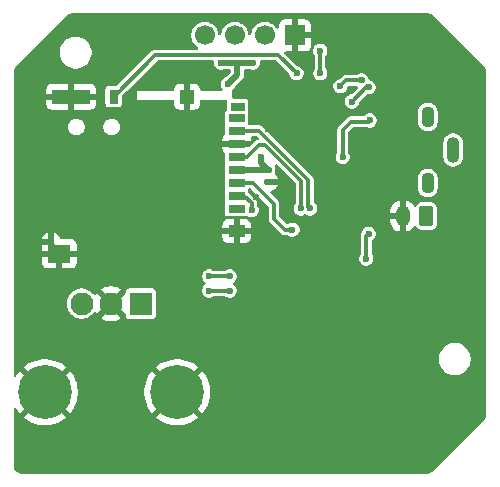
<source format=gbr>
%TF.GenerationSoftware,KiCad,Pcbnew,9.0.2*%
%TF.CreationDate,2025-07-15T12:28:35-04:00*%
%TF.ProjectId,GPSWatch,47505357-6174-4636-982e-6b696361645f,rev?*%
%TF.SameCoordinates,Original*%
%TF.FileFunction,Copper,L2,Bot*%
%TF.FilePolarity,Positive*%
%FSLAX46Y46*%
G04 Gerber Fmt 4.6, Leading zero omitted, Abs format (unit mm)*
G04 Created by KiCad (PCBNEW 9.0.2) date 2025-07-15 12:28:35*
%MOMM*%
%LPD*%
G01*
G04 APERTURE LIST*
G04 Aperture macros list*
%AMRoundRect*
0 Rectangle with rounded corners*
0 $1 Rounding radius*
0 $2 $3 $4 $5 $6 $7 $8 $9 X,Y pos of 4 corners*
0 Add a 4 corners polygon primitive as box body*
4,1,4,$2,$3,$4,$5,$6,$7,$8,$9,$2,$3,0*
0 Add four circle primitives for the rounded corners*
1,1,$1+$1,$2,$3*
1,1,$1+$1,$4,$5*
1,1,$1+$1,$6,$7*
1,1,$1+$1,$8,$9*
0 Add four rect primitives between the rounded corners*
20,1,$1+$1,$2,$3,$4,$5,0*
20,1,$1+$1,$4,$5,$6,$7,0*
20,1,$1+$1,$6,$7,$8,$9,0*
20,1,$1+$1,$8,$9,$2,$3,0*%
%AMRotRect*
0 Rectangle, with rotation*
0 The origin of the aperture is its center*
0 $1 length*
0 $2 width*
0 $3 Rotation angle, in degrees counterclockwise*
0 Add horizontal line*
21,1,$1,$2,0,0,$3*%
G04 Aperture macros list end*
%TA.AperFunction,ComponentPad*%
%ADD10RoundRect,0.250000X0.350000X0.625000X-0.350000X0.625000X-0.350000X-0.625000X0.350000X-0.625000X0*%
%TD*%
%TA.AperFunction,ComponentPad*%
%ADD11O,1.200000X1.750000*%
%TD*%
%TA.AperFunction,HeatsinkPad*%
%ADD12O,1.100000X1.800000*%
%TD*%
%TA.AperFunction,HeatsinkPad*%
%ADD13O,1.100000X2.200000*%
%TD*%
%TA.AperFunction,ComponentPad*%
%ADD14R,1.700000X1.700000*%
%TD*%
%TA.AperFunction,ComponentPad*%
%ADD15C,1.700000*%
%TD*%
%TA.AperFunction,ComponentPad*%
%ADD16R,1.950000X1.950000*%
%TD*%
%TA.AperFunction,ComponentPad*%
%ADD17C,1.950000*%
%TD*%
%TA.AperFunction,ComponentPad*%
%ADD18C,4.562000*%
%TD*%
%TA.AperFunction,SMDPad,CuDef*%
%ADD19RoundRect,0.140000X-0.170000X0.140000X-0.170000X-0.140000X0.170000X-0.140000X0.170000X0.140000X0*%
%TD*%
%TA.AperFunction,SMDPad,CuDef*%
%ADD20R,1.400000X0.700000*%
%TD*%
%TA.AperFunction,SMDPad,CuDef*%
%ADD21R,1.200000X0.700000*%
%TD*%
%TA.AperFunction,SMDPad,CuDef*%
%ADD22R,0.800000X1.200000*%
%TD*%
%TA.AperFunction,SMDPad,CuDef*%
%ADD23R,1.900000X1.500000*%
%TD*%
%TA.AperFunction,SMDPad,CuDef*%
%ADD24RotRect,0.200000X0.200000X45.000000*%
%TD*%
%TA.AperFunction,SMDPad,CuDef*%
%ADD25R,0.500000X0.500000*%
%TD*%
%TA.AperFunction,SMDPad,CuDef*%
%ADD26R,1.400000X1.000000*%
%TD*%
%TA.AperFunction,SMDPad,CuDef*%
%ADD27R,3.200000X1.200000*%
%TD*%
%TA.AperFunction,SMDPad,CuDef*%
%ADD28R,1.200000X1.200000*%
%TD*%
%TA.AperFunction,ViaPad*%
%ADD29C,0.600000*%
%TD*%
%TA.AperFunction,Conductor*%
%ADD30C,0.500000*%
%TD*%
%TA.AperFunction,Conductor*%
%ADD31C,0.300000*%
%TD*%
G04 APERTURE END LIST*
D10*
%TO.P,J1,1,Pin_1*%
%TO.N,Net-(J1-Pin_1)*%
X141900000Y-121000000D03*
D11*
%TO.P,J1,2,Pin_2*%
%TO.N,GND*%
X139900000Y-121000000D03*
%TD*%
D12*
%TO.P,J2,6,Shield*%
%TO.N,unconnected-(J2-Shield-Pad6)*%
X142015500Y-112600000D03*
D13*
%TO.N,unconnected-(J2-Shield-Pad6)_2*%
X144165500Y-115400000D03*
D12*
%TO.N,unconnected-(J2-Shield-Pad6)_1*%
X142015500Y-118200000D03*
%TD*%
D14*
%TO.P,J5,1,Pin_1*%
%TO.N,GND*%
X130760000Y-105700000D03*
D15*
%TO.P,J5,2,Pin_2*%
%TO.N,+3.3V*%
X128220000Y-105700000D03*
%TO.P,J5,3,Pin_3*%
%TO.N,/DISP_SCL*%
X125680000Y-105700000D03*
%TO.P,J5,4,Pin_4*%
%TO.N,/DISP_SDA*%
X123140000Y-105700000D03*
%TD*%
D16*
%TO.P,U3,A1,A1*%
%TO.N,/ENC_A*%
X117700000Y-128400000D03*
D17*
%TO.P,U3,B1,B1*%
%TO.N,/ENC_B*%
X112700000Y-128400000D03*
%TO.P,U3,C1,C1*%
%TO.N,GND*%
X115200000Y-128400000D03*
D18*
%TO.P,U3,MH1,MH1*%
X120800000Y-135900000D03*
%TO.P,U3,MH2,MH2*%
X109600000Y-135900000D03*
%TD*%
D19*
%TO.P,C16,1*%
%TO.N,+3.3V*%
X128500000Y-117120000D03*
%TO.P,C16,2*%
%TO.N,GND*%
X128500000Y-118080000D03*
%TD*%
D20*
%TO.P,J4,1,DAT2*%
%TO.N,unconnected-(J4-DAT2-Pad1)*%
X125825000Y-120375000D03*
%TO.P,J4,2,DAT3/CD*%
%TO.N,/SD_CS*%
X125825000Y-119275000D03*
%TO.P,J4,3,CMD*%
%TO.N,/SD_MOSI*%
X125825000Y-118175000D03*
%TO.P,J4,4,VDD*%
%TO.N,+3.3V*%
X125825000Y-117075000D03*
%TO.P,J4,5,CLK*%
%TO.N,/SD_SCK*%
X125825000Y-115975000D03*
%TO.P,J4,6,VSS*%
%TO.N,GND*%
X125825000Y-114875000D03*
%TO.P,J4,7,DAT0*%
%TO.N,/SD_MISO*%
X125825000Y-113775000D03*
%TO.P,J4,8,DAT1*%
%TO.N,unconnected-(J4-DAT1-Pad8)*%
X125825000Y-112675000D03*
D21*
%TO.P,J4,9,DET_B*%
%TO.N,unconnected-(J4-DET_B-Pad9)*%
X125925000Y-111725000D03*
D22*
%TO.P,J4,10,DET_A*%
%TO.N,/SD_DET*%
X115425000Y-110875000D03*
D23*
%TO.P,J4,11,SHIELD*%
%TO.N,GND*%
X110825000Y-124175000D03*
D24*
X110375000Y-123425000D03*
D25*
X110125000Y-123175000D03*
D26*
X125825000Y-122275000D03*
D27*
X111825000Y-110875000D03*
D28*
X121625000Y-110875000D03*
%TD*%
D29*
%TO.N,GND*%
X141300000Y-137450000D03*
X141250000Y-109450000D03*
%TO.N,/SD_DET*%
X130900000Y-108900000D03*
%TO.N,/SD_MISO*%
X132050003Y-120350000D03*
%TO.N,+3.3V*%
X127900000Y-116000000D03*
%TO.N,/SD_SCK*%
X131250000Y-120350000D03*
%TO.N,/SD_MOSI*%
X130551200Y-122143748D03*
%TO.N,/SD_CS*%
X127100000Y-120500000D03*
%TO.N,GND*%
X127500000Y-119400000D03*
%TO.N,+3.3V*%
X125100000Y-109822000D03*
X124500000Y-108000000D03*
X127200000Y-108000000D03*
%TO.N,/BTN_SEL*%
X134800000Y-116000000D03*
X137100000Y-112900000D03*
%TO.N,GND*%
X128500000Y-113600000D03*
%TO.N,/BTN_BCK*%
X137000000Y-122500000D03*
X136800000Y-124600000D03*
%TO.N,GND*%
X118700000Y-115300000D03*
%TO.N,/ACC_SCK*%
X132900000Y-107000000D03*
X132909620Y-108909620D03*
%TO.N,/ACCEl_INT1*%
X136400000Y-109500000D03*
X134600000Y-110000000D03*
%TO.N,/ACCEl_INT2*%
X135600000Y-111300000D03*
X137000000Y-110100000D03*
%TO.N,GND*%
X133700000Y-104600000D03*
X136700000Y-107700000D03*
X125500000Y-141000000D03*
X125500000Y-139800000D03*
X125500000Y-138800000D03*
X125500000Y-137800000D03*
X125500000Y-132800000D03*
X125500000Y-131800000D03*
X129600000Y-127900000D03*
X135600000Y-127600000D03*
X139300000Y-139800000D03*
X139300000Y-141000000D03*
X139400000Y-136800000D03*
X139400000Y-135800000D03*
X139400000Y-133800000D03*
X139400000Y-132800000D03*
X114000000Y-123000000D03*
%TO.N,/ENC_B*%
X123500000Y-127300000D03*
X125250000Y-127300000D03*
%TO.N,/ENC_A*%
X125250000Y-126100000D03*
X123500000Y-126100000D03*
%TO.N,GND*%
X119900000Y-114800000D03*
X125900000Y-110600000D03*
X123900000Y-114000000D03*
X118800000Y-116200000D03*
X118800000Y-121500000D03*
X123700000Y-133700000D03*
X127700000Y-122168907D03*
X145300000Y-120500000D03*
X143000000Y-130500000D03*
X145300000Y-122000000D03*
X145326000Y-122800000D03*
X144300000Y-129500000D03*
X143200000Y-128200000D03*
X124500000Y-137800000D03*
X133900000Y-121900000D03*
X144600000Y-113300000D03*
X143900000Y-113300000D03*
X143100000Y-113300000D03*
X131700000Y-108000000D03*
X140500000Y-114700000D03*
%TD*%
D30*
%TO.N,GND*%
X129630000Y-118080000D02*
X128500000Y-118080000D01*
X129630000Y-118080000D02*
X129750000Y-118200000D01*
D31*
%TO.N,/SD_DET*%
X129349000Y-107349000D02*
X130900000Y-108900000D01*
X118951000Y-107349000D02*
X129349000Y-107349000D01*
X115425000Y-110875000D02*
X118951000Y-107349000D01*
%TO.N,/SD_MISO*%
X131900000Y-120199997D02*
X132050003Y-120350000D01*
X131900000Y-117920654D02*
X131900000Y-120199997D01*
D30*
%TO.N,+3.3V*%
X127900000Y-116000000D02*
X127900000Y-116520000D01*
X127900000Y-116520000D02*
X128500000Y-117120000D01*
X128455000Y-117075000D02*
X128500000Y-117120000D01*
X125825000Y-117075000D02*
X128455000Y-117075000D01*
D31*
%TO.N,/SD_SCK*%
X128270826Y-115000000D02*
X131300000Y-118029174D01*
X127700000Y-115000000D02*
X128270826Y-115000000D01*
X131300000Y-118029174D02*
X131300000Y-120300000D01*
X126725000Y-115975000D02*
X127700000Y-115000000D01*
X131300000Y-120300000D02*
X131250000Y-120350000D01*
X125825000Y-115975000D02*
X126725000Y-115975000D01*
%TO.N,/SD_MOSI*%
X129943748Y-122143748D02*
X130551200Y-122143748D01*
X129000000Y-121200000D02*
X129943748Y-122143748D01*
X129000000Y-119979346D02*
X129000000Y-121200000D01*
X127195654Y-118175000D02*
X129000000Y-119979346D01*
%TO.N,/SD_MISO*%
X125825000Y-113775000D02*
X127754346Y-113775000D01*
X127754346Y-113775000D02*
X131900000Y-117920654D01*
%TO.N,/SD_MOSI*%
X125825000Y-118175000D02*
X127195654Y-118175000D01*
%TO.N,/SD_CS*%
X127100000Y-119920654D02*
X127100000Y-120500000D01*
X126454346Y-119275000D02*
X127100000Y-119920654D01*
X125825000Y-119275000D02*
X126454346Y-119275000D01*
D30*
%TO.N,+3.3V*%
X125100000Y-109822000D02*
X125900000Y-109022000D01*
X125900000Y-109022000D02*
X125900000Y-108000000D01*
X127200000Y-108000000D02*
X125900000Y-108000000D01*
X125900000Y-108000000D02*
X124500000Y-108000000D01*
D31*
%TO.N,/BTN_SEL*%
X134800000Y-115900000D02*
X134800000Y-116000000D01*
X135500000Y-113000000D02*
X134800000Y-113700000D01*
X134800000Y-113700000D02*
X134800000Y-115900000D01*
X137000000Y-113000000D02*
X135500000Y-113000000D01*
X137100000Y-112900000D02*
X137000000Y-113000000D01*
%TO.N,/BTN_BCK*%
X136800000Y-122700000D02*
X137000000Y-122500000D01*
X136800000Y-124600000D02*
X136800000Y-122700000D01*
%TO.N,/ACC_SCK*%
X132900000Y-108900000D02*
X132909620Y-108909620D01*
X132900000Y-107000000D02*
X132900000Y-108900000D01*
%TO.N,/ACCEl_INT1*%
X135100000Y-109500000D02*
X134600000Y-110000000D01*
X136400000Y-109500000D02*
X135100000Y-109500000D01*
%TO.N,/ACCEl_INT2*%
X137000000Y-110100000D02*
X136800000Y-110100000D01*
X136800000Y-110100000D02*
X135600000Y-111300000D01*
%TO.N,/ENC_B*%
X125250000Y-127300000D02*
X123500000Y-127300000D01*
%TO.N,/ENC_A*%
X123500000Y-126100000D02*
X125250000Y-126100000D01*
%TD*%
%TA.AperFunction,Conductor*%
%TO.N,GND*%
G36*
X141956061Y-103801097D02*
G01*
X142074317Y-103812744D01*
X142098145Y-103817483D01*
X142206005Y-103850202D01*
X142228453Y-103859501D01*
X142327855Y-103912632D01*
X142348061Y-103926134D01*
X142439913Y-104001515D01*
X142448929Y-104009687D01*
X146740304Y-108301063D01*
X146748476Y-108310079D01*
X146823864Y-108401939D01*
X146837369Y-108422150D01*
X146879248Y-108500500D01*
X146890494Y-108521538D01*
X146899797Y-108543997D01*
X146932513Y-108651849D01*
X146937255Y-108675689D01*
X146948903Y-108793944D01*
X146949500Y-108806099D01*
X146949500Y-137793907D01*
X146948903Y-137806062D01*
X146937256Y-137924311D01*
X146932514Y-137948151D01*
X146899798Y-138056002D01*
X146890495Y-138078461D01*
X146837370Y-138177849D01*
X146823865Y-138198060D01*
X146748483Y-138289913D01*
X146740311Y-138298929D01*
X142448929Y-142590310D01*
X142439913Y-142598482D01*
X142348060Y-142673864D01*
X142327849Y-142687369D01*
X142228461Y-142740494D01*
X142206002Y-142749797D01*
X142098150Y-142782513D01*
X142074310Y-142787255D01*
X142040040Y-142790630D01*
X141956046Y-142798903D01*
X141943901Y-142799500D01*
X107656093Y-142799500D01*
X107643939Y-142798903D01*
X107593081Y-142793893D01*
X107525688Y-142787256D01*
X107501848Y-142782514D01*
X107393997Y-142749798D01*
X107371541Y-142740496D01*
X107272150Y-142687370D01*
X107251940Y-142673866D01*
X107164820Y-142602369D01*
X107147630Y-142585179D01*
X107076133Y-142498059D01*
X107062629Y-142477849D01*
X107009501Y-142378453D01*
X107000201Y-142356002D01*
X106967483Y-142248145D01*
X106962744Y-142224317D01*
X106951097Y-142106061D01*
X106950500Y-142093907D01*
X106950500Y-137340888D01*
X106970185Y-137273849D01*
X107022989Y-137228094D01*
X107092147Y-137218150D01*
X107155703Y-137247175D01*
X107179494Y-137274916D01*
X107328350Y-137511819D01*
X107464232Y-137682212D01*
X108362520Y-136783923D01*
X108440075Y-136890669D01*
X108609331Y-137059925D01*
X108716074Y-137137478D01*
X107817786Y-138035766D01*
X107988180Y-138171649D01*
X108252663Y-138337835D01*
X108534064Y-138473350D01*
X108534086Y-138473359D01*
X108828895Y-138576518D01*
X108828907Y-138576522D01*
X109133427Y-138646026D01*
X109133443Y-138646028D01*
X109443817Y-138680999D01*
X109443819Y-138681000D01*
X109756181Y-138681000D01*
X109756182Y-138680999D01*
X110066556Y-138646028D01*
X110066572Y-138646026D01*
X110371092Y-138576522D01*
X110371104Y-138576518D01*
X110665913Y-138473359D01*
X110665935Y-138473350D01*
X110947336Y-138337835D01*
X111211819Y-138171649D01*
X111382212Y-138035766D01*
X110483924Y-137137478D01*
X110590669Y-137059925D01*
X110759925Y-136890669D01*
X110837478Y-136783924D01*
X111735766Y-137682212D01*
X111871649Y-137511819D01*
X112037835Y-137247336D01*
X112173350Y-136965935D01*
X112173359Y-136965913D01*
X112276518Y-136671104D01*
X112276522Y-136671092D01*
X112346026Y-136366572D01*
X112346028Y-136366556D01*
X112380999Y-136056182D01*
X112381000Y-136056180D01*
X112381000Y-135743819D01*
X112380999Y-135743817D01*
X118019000Y-135743817D01*
X118019000Y-136056182D01*
X118053971Y-136366556D01*
X118053973Y-136366572D01*
X118123477Y-136671092D01*
X118123481Y-136671104D01*
X118226640Y-136965913D01*
X118226649Y-136965935D01*
X118362164Y-137247336D01*
X118528350Y-137511819D01*
X118664232Y-137682212D01*
X119562520Y-136783924D01*
X119640075Y-136890669D01*
X119809331Y-137059925D01*
X119916074Y-137137478D01*
X119017786Y-138035766D01*
X119188180Y-138171649D01*
X119452663Y-138337835D01*
X119734064Y-138473350D01*
X119734086Y-138473359D01*
X120028895Y-138576518D01*
X120028907Y-138576522D01*
X120333427Y-138646026D01*
X120333443Y-138646028D01*
X120643817Y-138680999D01*
X120643819Y-138681000D01*
X120956181Y-138681000D01*
X120956182Y-138680999D01*
X121266556Y-138646028D01*
X121266572Y-138646026D01*
X121571092Y-138576522D01*
X121571104Y-138576518D01*
X121865913Y-138473359D01*
X121865935Y-138473350D01*
X122147336Y-138337835D01*
X122411819Y-138171649D01*
X122582212Y-138035766D01*
X121683924Y-137137478D01*
X121790669Y-137059925D01*
X121959925Y-136890669D01*
X122037478Y-136783924D01*
X122935766Y-137682212D01*
X123071649Y-137511819D01*
X123237835Y-137247336D01*
X123373350Y-136965935D01*
X123373359Y-136965913D01*
X123476518Y-136671104D01*
X123476522Y-136671092D01*
X123546026Y-136366572D01*
X123546028Y-136366556D01*
X123580999Y-136056182D01*
X123581000Y-136056180D01*
X123581000Y-135743819D01*
X123580999Y-135743817D01*
X123546028Y-135433443D01*
X123546026Y-135433427D01*
X123476522Y-135128907D01*
X123476518Y-135128895D01*
X123373359Y-134834086D01*
X123373350Y-134834064D01*
X123237835Y-134552663D01*
X123071649Y-134288180D01*
X122935766Y-134117786D01*
X122037478Y-135016074D01*
X121959925Y-134909331D01*
X121790669Y-134740075D01*
X121683924Y-134662520D01*
X122582212Y-133764232D01*
X122411819Y-133628350D01*
X122147336Y-133462164D01*
X121865935Y-133326649D01*
X121865913Y-133326640D01*
X121571104Y-133223481D01*
X121571092Y-133223477D01*
X121266572Y-133153973D01*
X121266556Y-133153971D01*
X120956182Y-133119000D01*
X120643817Y-133119000D01*
X120333443Y-133153971D01*
X120333427Y-133153973D01*
X120028907Y-133223477D01*
X120028895Y-133223481D01*
X119734086Y-133326640D01*
X119734064Y-133326649D01*
X119452663Y-133462164D01*
X119188176Y-133628352D01*
X119188172Y-133628355D01*
X119017786Y-133764232D01*
X119916075Y-134662521D01*
X119809331Y-134740075D01*
X119640075Y-134909331D01*
X119562521Y-135016075D01*
X118664232Y-134117786D01*
X118528355Y-134288172D01*
X118528352Y-134288176D01*
X118362164Y-134552663D01*
X118226649Y-134834064D01*
X118226640Y-134834086D01*
X118123481Y-135128895D01*
X118123477Y-135128907D01*
X118053973Y-135433427D01*
X118053971Y-135433443D01*
X118019000Y-135743817D01*
X112380999Y-135743817D01*
X112346028Y-135433443D01*
X112346026Y-135433427D01*
X112276522Y-135128907D01*
X112276518Y-135128895D01*
X112173359Y-134834086D01*
X112173350Y-134834064D01*
X112037835Y-134552663D01*
X111871649Y-134288180D01*
X111735766Y-134117786D01*
X110837478Y-135016074D01*
X110759925Y-134909331D01*
X110590669Y-134740075D01*
X110483924Y-134662520D01*
X111382212Y-133764232D01*
X111211819Y-133628350D01*
X110947336Y-133462164D01*
X110665935Y-133326649D01*
X110665913Y-133326640D01*
X110371104Y-133223481D01*
X110371092Y-133223477D01*
X110066572Y-133153973D01*
X110066556Y-133153971D01*
X109756182Y-133119000D01*
X109443817Y-133119000D01*
X109133443Y-133153971D01*
X109133427Y-133153973D01*
X108828907Y-133223477D01*
X108828895Y-133223481D01*
X108534086Y-133326640D01*
X108534064Y-133326649D01*
X108252663Y-133462164D01*
X107988176Y-133628352D01*
X107988172Y-133628355D01*
X107817786Y-133764232D01*
X108716075Y-134662521D01*
X108609331Y-134740075D01*
X108440075Y-134909331D01*
X108362521Y-135016075D01*
X107464232Y-134117786D01*
X107328355Y-134288172D01*
X107328352Y-134288176D01*
X107179494Y-134525083D01*
X107127159Y-134571374D01*
X107058106Y-134582022D01*
X106994257Y-134553647D01*
X106955885Y-134495257D01*
X106950500Y-134459111D01*
X106950500Y-132993713D01*
X142949500Y-132993713D01*
X142949500Y-133206286D01*
X142982753Y-133416239D01*
X143048444Y-133618414D01*
X143144951Y-133807820D01*
X143269890Y-133979786D01*
X143420213Y-134130109D01*
X143592179Y-134255048D01*
X143592181Y-134255049D01*
X143592184Y-134255051D01*
X143781588Y-134351557D01*
X143983757Y-134417246D01*
X144193713Y-134450500D01*
X144193714Y-134450500D01*
X144406286Y-134450500D01*
X144406287Y-134450500D01*
X144616243Y-134417246D01*
X144818412Y-134351557D01*
X145007816Y-134255051D01*
X145029789Y-134239086D01*
X145179786Y-134130109D01*
X145179788Y-134130106D01*
X145179792Y-134130104D01*
X145330104Y-133979792D01*
X145330106Y-133979788D01*
X145330109Y-133979786D01*
X145455048Y-133807820D01*
X145455047Y-133807820D01*
X145455051Y-133807816D01*
X145551557Y-133618412D01*
X145617246Y-133416243D01*
X145650500Y-133206287D01*
X145650500Y-132993713D01*
X145617246Y-132783757D01*
X145551557Y-132581588D01*
X145455051Y-132392184D01*
X145455049Y-132392181D01*
X145455048Y-132392179D01*
X145330109Y-132220213D01*
X145179786Y-132069890D01*
X145007820Y-131944951D01*
X144818414Y-131848444D01*
X144818413Y-131848443D01*
X144818412Y-131848443D01*
X144616243Y-131782754D01*
X144616241Y-131782753D01*
X144616240Y-131782753D01*
X144454957Y-131757208D01*
X144406287Y-131749500D01*
X144193713Y-131749500D01*
X144145042Y-131757208D01*
X143983760Y-131782753D01*
X143781585Y-131848444D01*
X143592179Y-131944951D01*
X143420213Y-132069890D01*
X143269890Y-132220213D01*
X143144951Y-132392179D01*
X143048444Y-132581585D01*
X142982753Y-132783760D01*
X142949500Y-132993713D01*
X106950500Y-132993713D01*
X106950500Y-128299616D01*
X111424500Y-128299616D01*
X111424500Y-128500383D01*
X111455907Y-128698680D01*
X111517949Y-128889626D01*
X111586937Y-129025021D01*
X111609095Y-129068508D01*
X111727103Y-129230932D01*
X111869068Y-129372897D01*
X112031492Y-129490905D01*
X112116007Y-129533967D01*
X112210373Y-129582050D01*
X112210375Y-129582050D01*
X112210378Y-129582052D01*
X112401320Y-129644093D01*
X112599616Y-129675500D01*
X112599617Y-129675500D01*
X112800383Y-129675500D01*
X112800384Y-129675500D01*
X112998680Y-129644093D01*
X113189622Y-129582052D01*
X113368508Y-129490905D01*
X113530932Y-129372897D01*
X113672897Y-129230932D01*
X113727387Y-129155933D01*
X113782717Y-129113267D01*
X113852330Y-129107288D01*
X113914125Y-129139894D01*
X113935650Y-129169081D01*
X113935922Y-129168915D01*
X113937856Y-129172071D01*
X113938190Y-129172524D01*
X113938465Y-129173064D01*
X113995238Y-129251207D01*
X114598958Y-128647487D01*
X114623978Y-128707890D01*
X114695112Y-128814351D01*
X114785649Y-128904888D01*
X114892110Y-128976022D01*
X114952510Y-129001041D01*
X114348791Y-129604759D01*
X114348791Y-129604760D01*
X114426935Y-129661534D01*
X114633794Y-129766934D01*
X114854606Y-129838681D01*
X115083910Y-129875000D01*
X115316090Y-129875000D01*
X115545393Y-129838681D01*
X115766205Y-129766934D01*
X115973071Y-129661530D01*
X116051207Y-129604762D01*
X116051208Y-129604760D01*
X115447488Y-129001041D01*
X115507890Y-128976022D01*
X115614351Y-128904888D01*
X115704888Y-128814351D01*
X115776022Y-128707890D01*
X115801041Y-128647489D01*
X116388181Y-129234629D01*
X116421666Y-129295952D01*
X116424500Y-129322309D01*
X116424500Y-129419856D01*
X116424502Y-129419881D01*
X116427414Y-129444988D01*
X116427415Y-129444991D01*
X116472793Y-129547764D01*
X116472794Y-129547765D01*
X116552235Y-129627206D01*
X116655009Y-129672585D01*
X116680135Y-129675500D01*
X118719864Y-129675499D01*
X118719879Y-129675497D01*
X118719882Y-129675497D01*
X118744987Y-129672586D01*
X118744988Y-129672585D01*
X118744991Y-129672585D01*
X118847765Y-129627206D01*
X118927206Y-129547765D01*
X118972585Y-129444991D01*
X118975500Y-129419865D01*
X118975499Y-127380136D01*
X118975374Y-127379055D01*
X118972586Y-127355012D01*
X118972585Y-127355010D01*
X118972585Y-127355009D01*
X118927206Y-127252235D01*
X118847765Y-127172794D01*
X118847763Y-127172793D01*
X118744992Y-127127415D01*
X118719865Y-127124500D01*
X116680143Y-127124500D01*
X116680117Y-127124502D01*
X116655012Y-127127413D01*
X116655008Y-127127415D01*
X116552235Y-127172793D01*
X116472794Y-127252234D01*
X116427415Y-127355006D01*
X116427415Y-127355008D01*
X116424500Y-127380131D01*
X116424500Y-127477690D01*
X116404815Y-127544729D01*
X116388181Y-127565371D01*
X115801041Y-128152510D01*
X115776022Y-128092110D01*
X115704888Y-127985649D01*
X115614351Y-127895112D01*
X115507890Y-127823978D01*
X115447487Y-127798957D01*
X116051207Y-127195238D01*
X115973064Y-127138465D01*
X115766205Y-127033065D01*
X115545393Y-126961318D01*
X115316090Y-126925000D01*
X115083910Y-126925000D01*
X114854606Y-126961318D01*
X114633794Y-127033065D01*
X114426925Y-127138470D01*
X114348791Y-127195237D01*
X114348791Y-127195238D01*
X114952511Y-127798958D01*
X114892110Y-127823978D01*
X114785649Y-127895112D01*
X114695112Y-127985649D01*
X114623978Y-128092110D01*
X114598958Y-128152511D01*
X113995238Y-127548791D01*
X113995237Y-127548791D01*
X113938470Y-127626926D01*
X113938463Y-127626937D01*
X113938185Y-127627484D01*
X113938024Y-127627653D01*
X113935928Y-127631076D01*
X113935208Y-127630635D01*
X113890207Y-127678277D01*
X113822385Y-127695067D01*
X113756252Y-127672524D01*
X113727387Y-127644067D01*
X113717628Y-127630635D01*
X113672897Y-127569068D01*
X113530932Y-127427103D01*
X113368508Y-127309095D01*
X113189626Y-127217949D01*
X112998680Y-127155907D01*
X112888587Y-127138470D01*
X112800384Y-127124500D01*
X112599616Y-127124500D01*
X112511413Y-127138470D01*
X112401319Y-127155907D01*
X112210373Y-127217949D01*
X112031491Y-127309095D01*
X111938822Y-127376423D01*
X111869068Y-127427103D01*
X111869066Y-127427105D01*
X111869065Y-127427105D01*
X111727105Y-127569065D01*
X111727105Y-127569066D01*
X111727103Y-127569068D01*
X111682372Y-127630635D01*
X111609095Y-127731491D01*
X111517949Y-127910373D01*
X111455907Y-128101319D01*
X111424500Y-128299616D01*
X106950500Y-128299616D01*
X106950500Y-126020943D01*
X122899500Y-126020943D01*
X122899500Y-126179056D01*
X122940423Y-126331783D01*
X122940426Y-126331790D01*
X123019475Y-126468709D01*
X123019479Y-126468714D01*
X123019480Y-126468716D01*
X123131284Y-126580520D01*
X123131285Y-126580521D01*
X123131287Y-126580522D01*
X123152229Y-126592613D01*
X123200445Y-126643180D01*
X123213668Y-126711787D01*
X123187700Y-126776652D01*
X123152229Y-126807387D01*
X123131287Y-126819477D01*
X123131282Y-126819481D01*
X123019481Y-126931282D01*
X123019475Y-126931290D01*
X122940426Y-127068209D01*
X122940423Y-127068216D01*
X122899500Y-127220943D01*
X122899500Y-127379057D01*
X122912375Y-127427105D01*
X122940423Y-127531783D01*
X122940426Y-127531790D01*
X123019475Y-127668709D01*
X123019479Y-127668714D01*
X123019480Y-127668716D01*
X123131284Y-127780520D01*
X123131286Y-127780521D01*
X123131290Y-127780524D01*
X123206556Y-127823978D01*
X123268216Y-127859577D01*
X123420943Y-127900500D01*
X123420945Y-127900500D01*
X123579055Y-127900500D01*
X123579057Y-127900500D01*
X123731784Y-127859577D01*
X123868716Y-127780520D01*
X123868721Y-127780514D01*
X123874443Y-127776125D01*
X123939612Y-127750930D01*
X123949931Y-127750500D01*
X124800069Y-127750500D01*
X124867108Y-127770185D01*
X124875557Y-127776125D01*
X124881281Y-127780517D01*
X124881284Y-127780520D01*
X124881287Y-127780521D01*
X124881290Y-127780524D01*
X124956556Y-127823978D01*
X125018216Y-127859577D01*
X125170943Y-127900500D01*
X125170945Y-127900500D01*
X125329055Y-127900500D01*
X125329057Y-127900500D01*
X125481784Y-127859577D01*
X125618716Y-127780520D01*
X125730520Y-127668716D01*
X125809577Y-127531784D01*
X125850500Y-127379057D01*
X125850500Y-127220943D01*
X125809577Y-127068216D01*
X125747860Y-126961318D01*
X125730524Y-126931290D01*
X125730518Y-126931282D01*
X125618717Y-126819481D01*
X125618712Y-126819477D01*
X125597772Y-126807388D01*
X125549555Y-126756822D01*
X125536331Y-126688215D01*
X125562298Y-126623350D01*
X125597772Y-126592612D01*
X125602374Y-126589954D01*
X125618716Y-126580520D01*
X125730520Y-126468716D01*
X125809577Y-126331784D01*
X125850500Y-126179057D01*
X125850500Y-126020943D01*
X125809577Y-125868216D01*
X125809573Y-125868209D01*
X125730524Y-125731290D01*
X125730518Y-125731282D01*
X125618717Y-125619481D01*
X125618709Y-125619475D01*
X125481790Y-125540426D01*
X125481786Y-125540424D01*
X125481784Y-125540423D01*
X125329057Y-125499500D01*
X125170943Y-125499500D01*
X125018216Y-125540423D01*
X125018209Y-125540426D01*
X124881290Y-125619475D01*
X124875557Y-125623875D01*
X124810388Y-125649070D01*
X124800069Y-125649500D01*
X123949931Y-125649500D01*
X123882892Y-125629815D01*
X123874443Y-125623875D01*
X123868709Y-125619475D01*
X123731790Y-125540426D01*
X123731786Y-125540424D01*
X123731784Y-125540423D01*
X123579057Y-125499500D01*
X123420943Y-125499500D01*
X123268216Y-125540423D01*
X123268209Y-125540426D01*
X123131290Y-125619475D01*
X123131282Y-125619481D01*
X123019481Y-125731282D01*
X123019475Y-125731290D01*
X122940426Y-125868209D01*
X122940423Y-125868216D01*
X122899500Y-126020943D01*
X106950500Y-126020943D01*
X106950500Y-124972844D01*
X109375000Y-124972844D01*
X109381401Y-125032372D01*
X109381403Y-125032379D01*
X109431645Y-125167086D01*
X109431649Y-125167093D01*
X109517809Y-125282187D01*
X109517812Y-125282190D01*
X109632906Y-125368350D01*
X109632913Y-125368354D01*
X109767620Y-125418596D01*
X109767627Y-125418598D01*
X109827155Y-125424999D01*
X109827172Y-125425000D01*
X110575000Y-125425000D01*
X111075000Y-125425000D01*
X111822828Y-125425000D01*
X111822844Y-125424999D01*
X111882372Y-125418598D01*
X111882379Y-125418596D01*
X112017086Y-125368354D01*
X112017093Y-125368350D01*
X112132187Y-125282190D01*
X112132190Y-125282187D01*
X112218350Y-125167093D01*
X112218354Y-125167086D01*
X112268596Y-125032379D01*
X112268598Y-125032372D01*
X112274999Y-124972844D01*
X112275000Y-124972827D01*
X112275000Y-124520943D01*
X136199500Y-124520943D01*
X136199500Y-124679056D01*
X136240423Y-124831783D01*
X136240426Y-124831790D01*
X136319475Y-124968709D01*
X136319479Y-124968714D01*
X136319480Y-124968716D01*
X136431284Y-125080520D01*
X136431286Y-125080521D01*
X136431290Y-125080524D01*
X136568209Y-125159573D01*
X136568216Y-125159577D01*
X136720943Y-125200500D01*
X136720945Y-125200500D01*
X136879055Y-125200500D01*
X136879057Y-125200500D01*
X137031784Y-125159577D01*
X137168716Y-125080520D01*
X137280520Y-124968716D01*
X137359577Y-124831784D01*
X137400500Y-124679057D01*
X137400500Y-124520943D01*
X137359577Y-124368216D01*
X137359573Y-124368209D01*
X137280524Y-124231290D01*
X137280521Y-124231287D01*
X137280520Y-124231284D01*
X137280517Y-124231281D01*
X137276125Y-124225557D01*
X137250930Y-124160388D01*
X137250500Y-124150069D01*
X137250500Y-123120363D01*
X137270185Y-123053324D01*
X137312501Y-123012975D01*
X137368716Y-122980520D01*
X137480520Y-122868716D01*
X137559577Y-122731784D01*
X137600500Y-122579057D01*
X137600500Y-122420943D01*
X137559577Y-122268216D01*
X137499915Y-122164877D01*
X137480524Y-122131290D01*
X137480518Y-122131282D01*
X137368717Y-122019481D01*
X137368709Y-122019475D01*
X137231790Y-121940426D01*
X137231786Y-121940424D01*
X137231784Y-121940423D01*
X137079057Y-121899500D01*
X136920943Y-121899500D01*
X136768216Y-121940423D01*
X136768209Y-121940426D01*
X136631290Y-122019475D01*
X136631282Y-122019481D01*
X136519481Y-122131282D01*
X136519475Y-122131290D01*
X136440426Y-122268209D01*
X136440423Y-122268216D01*
X136399500Y-122420943D01*
X136399500Y-122459460D01*
X136397534Y-122468882D01*
X136398522Y-122475005D01*
X136392566Y-122492701D01*
X136389159Y-122509035D01*
X136386371Y-122515424D01*
X136380201Y-122526113D01*
X136380201Y-122526114D01*
X136377798Y-122535078D01*
X136377797Y-122535083D01*
X136349500Y-122640691D01*
X136349500Y-124150069D01*
X136329815Y-124217108D01*
X136323875Y-124225557D01*
X136319475Y-124231290D01*
X136240426Y-124368209D01*
X136240423Y-124368216D01*
X136199500Y-124520943D01*
X112275000Y-124520943D01*
X112275000Y-124425000D01*
X111075000Y-124425000D01*
X111075000Y-125425000D01*
X110575000Y-125425000D01*
X110575000Y-124425000D01*
X109375000Y-124425000D01*
X109375000Y-124972844D01*
X106950500Y-124972844D01*
X106950500Y-123425000D01*
X109375000Y-123425000D01*
X109375000Y-123925000D01*
X112275000Y-123925000D01*
X112275000Y-123377172D01*
X112274999Y-123377155D01*
X112268598Y-123317627D01*
X112268596Y-123317620D01*
X112218354Y-123182913D01*
X112218350Y-123182906D01*
X112132190Y-123067812D01*
X112132187Y-123067809D01*
X112017093Y-122981649D01*
X112017086Y-122981645D01*
X111882379Y-122931403D01*
X111882372Y-122931401D01*
X111822844Y-122925000D01*
X110991525Y-122925000D01*
X110924486Y-122905315D01*
X110878731Y-122852511D01*
X110871177Y-122824979D01*
X110870380Y-122825168D01*
X110869831Y-122822844D01*
X124625000Y-122822844D01*
X124631401Y-122882372D01*
X124631403Y-122882379D01*
X124681645Y-123017086D01*
X124681649Y-123017093D01*
X124767809Y-123132187D01*
X124767812Y-123132190D01*
X124882906Y-123218350D01*
X124882913Y-123218354D01*
X125017620Y-123268596D01*
X125017627Y-123268598D01*
X125077155Y-123274999D01*
X125077172Y-123275000D01*
X125575000Y-123275000D01*
X126075000Y-123275000D01*
X126572828Y-123275000D01*
X126572844Y-123274999D01*
X126632372Y-123268598D01*
X126632379Y-123268596D01*
X126767086Y-123218354D01*
X126767093Y-123218350D01*
X126882187Y-123132190D01*
X126882190Y-123132187D01*
X126968350Y-123017093D01*
X126968354Y-123017086D01*
X127018596Y-122882379D01*
X127018598Y-122882372D01*
X127024999Y-122822844D01*
X127025000Y-122822827D01*
X127025000Y-122525000D01*
X126075000Y-122525000D01*
X126075000Y-123275000D01*
X125575000Y-123275000D01*
X125575000Y-122525000D01*
X124625000Y-122525000D01*
X124625000Y-122822844D01*
X110869831Y-122822844D01*
X110868596Y-122817620D01*
X110818354Y-122682913D01*
X110818350Y-122682906D01*
X110732190Y-122567812D01*
X110732186Y-122567808D01*
X110617093Y-122481649D01*
X110617086Y-122481645D01*
X110482379Y-122431403D01*
X110482372Y-122431401D01*
X110422844Y-122425000D01*
X110375000Y-122425000D01*
X110375000Y-123051000D01*
X110355315Y-123118039D01*
X110302511Y-123163794D01*
X110251000Y-123175000D01*
X110125000Y-123175000D01*
X110125000Y-123301000D01*
X110105315Y-123368039D01*
X110052511Y-123413794D01*
X110001000Y-123425000D01*
X109375000Y-123425000D01*
X106950500Y-123425000D01*
X106950500Y-122877155D01*
X109375000Y-122877155D01*
X109375000Y-122925000D01*
X109875000Y-122925000D01*
X109875000Y-122425000D01*
X109827155Y-122425000D01*
X109767627Y-122431401D01*
X109767620Y-122431403D01*
X109632913Y-122481645D01*
X109632906Y-122481649D01*
X109517812Y-122567809D01*
X109517809Y-122567812D01*
X109431649Y-122682906D01*
X109431645Y-122682913D01*
X109381403Y-122817620D01*
X109381401Y-122817627D01*
X109375000Y-122877155D01*
X106950500Y-122877155D01*
X106950500Y-121727155D01*
X124625000Y-121727155D01*
X124625000Y-122025000D01*
X125575000Y-122025000D01*
X126075000Y-122025000D01*
X127025000Y-122025000D01*
X127025000Y-121727172D01*
X127024999Y-121727155D01*
X127018598Y-121667627D01*
X127018596Y-121667620D01*
X126968354Y-121532913D01*
X126968350Y-121532906D01*
X126882190Y-121417812D01*
X126882187Y-121417809D01*
X126767093Y-121331649D01*
X126767086Y-121331645D01*
X126632379Y-121281403D01*
X126632372Y-121281401D01*
X126572844Y-121275000D01*
X126075000Y-121275000D01*
X126075000Y-122025000D01*
X125575000Y-122025000D01*
X125575000Y-121275000D01*
X125077155Y-121275000D01*
X125017627Y-121281401D01*
X125017620Y-121281403D01*
X124882913Y-121331645D01*
X124882906Y-121331649D01*
X124767812Y-121417809D01*
X124767809Y-121417812D01*
X124681649Y-121532906D01*
X124681645Y-121532913D01*
X124631403Y-121667620D01*
X124631401Y-121667627D01*
X124625000Y-121727155D01*
X106950500Y-121727155D01*
X106950500Y-113508995D01*
X111549499Y-113508995D01*
X111576418Y-113644322D01*
X111576421Y-113644332D01*
X111629221Y-113771804D01*
X111629228Y-113771817D01*
X111705885Y-113886541D01*
X111705888Y-113886545D01*
X111803454Y-113984111D01*
X111803458Y-113984114D01*
X111918182Y-114060771D01*
X111918195Y-114060778D01*
X112045667Y-114113578D01*
X112045672Y-114113580D01*
X112045676Y-114113580D01*
X112045677Y-114113581D01*
X112181004Y-114140500D01*
X112181007Y-114140500D01*
X112318995Y-114140500D01*
X112410041Y-114122389D01*
X112454328Y-114113580D01*
X112581811Y-114060775D01*
X112696542Y-113984114D01*
X112794114Y-113886542D01*
X112870775Y-113771811D01*
X112923580Y-113644328D01*
X112947094Y-113526117D01*
X112950500Y-113508995D01*
X114549499Y-113508995D01*
X114576418Y-113644322D01*
X114576421Y-113644332D01*
X114629221Y-113771804D01*
X114629228Y-113771817D01*
X114705885Y-113886541D01*
X114705888Y-113886545D01*
X114803454Y-113984111D01*
X114803458Y-113984114D01*
X114918182Y-114060771D01*
X114918195Y-114060778D01*
X115045667Y-114113578D01*
X115045672Y-114113580D01*
X115045676Y-114113580D01*
X115045677Y-114113581D01*
X115181004Y-114140500D01*
X115181007Y-114140500D01*
X115318995Y-114140500D01*
X115410041Y-114122389D01*
X115454328Y-114113580D01*
X115581811Y-114060775D01*
X115696542Y-113984114D01*
X115794114Y-113886542D01*
X115870775Y-113771811D01*
X115923580Y-113644328D01*
X115947094Y-113526117D01*
X115950500Y-113508995D01*
X115950500Y-113371004D01*
X115923581Y-113235677D01*
X115923580Y-113235676D01*
X115923580Y-113235672D01*
X115908010Y-113198082D01*
X115870778Y-113108195D01*
X115870771Y-113108182D01*
X115794114Y-112993458D01*
X115794111Y-112993454D01*
X115696545Y-112895888D01*
X115696541Y-112895885D01*
X115581817Y-112819228D01*
X115581804Y-112819221D01*
X115454332Y-112766421D01*
X115454322Y-112766418D01*
X115318995Y-112739500D01*
X115318993Y-112739500D01*
X115181007Y-112739500D01*
X115181005Y-112739500D01*
X115045677Y-112766418D01*
X115045667Y-112766421D01*
X114918195Y-112819221D01*
X114918182Y-112819228D01*
X114803458Y-112895885D01*
X114803454Y-112895888D01*
X114705888Y-112993454D01*
X114705885Y-112993458D01*
X114629228Y-113108182D01*
X114629221Y-113108195D01*
X114576421Y-113235667D01*
X114576418Y-113235677D01*
X114549500Y-113371004D01*
X114549500Y-113371007D01*
X114549500Y-113508993D01*
X114549500Y-113508995D01*
X114549499Y-113508995D01*
X112950500Y-113508995D01*
X112950500Y-113371004D01*
X112923581Y-113235677D01*
X112923580Y-113235676D01*
X112923580Y-113235672D01*
X112908010Y-113198082D01*
X112870778Y-113108195D01*
X112870771Y-113108182D01*
X112794114Y-112993458D01*
X112794111Y-112993454D01*
X112696545Y-112895888D01*
X112696541Y-112895885D01*
X112581817Y-112819228D01*
X112581804Y-112819221D01*
X112454332Y-112766421D01*
X112454322Y-112766418D01*
X112318995Y-112739500D01*
X112318993Y-112739500D01*
X112181007Y-112739500D01*
X112181005Y-112739500D01*
X112045677Y-112766418D01*
X112045667Y-112766421D01*
X111918195Y-112819221D01*
X111918182Y-112819228D01*
X111803458Y-112895885D01*
X111803454Y-112895888D01*
X111705888Y-112993454D01*
X111705885Y-112993458D01*
X111629228Y-113108182D01*
X111629221Y-113108195D01*
X111576421Y-113235667D01*
X111576418Y-113235677D01*
X111549500Y-113371004D01*
X111549500Y-113371007D01*
X111549500Y-113508993D01*
X111549500Y-113508995D01*
X111549499Y-113508995D01*
X106950500Y-113508995D01*
X106950500Y-111522844D01*
X109725000Y-111522844D01*
X109731401Y-111582372D01*
X109731403Y-111582379D01*
X109781645Y-111717086D01*
X109781649Y-111717093D01*
X109867809Y-111832187D01*
X109867812Y-111832190D01*
X109982906Y-111918350D01*
X109982913Y-111918354D01*
X110117620Y-111968596D01*
X110117627Y-111968598D01*
X110177155Y-111974999D01*
X110177172Y-111975000D01*
X111575000Y-111975000D01*
X112075000Y-111975000D01*
X113472828Y-111975000D01*
X113472844Y-111974999D01*
X113532372Y-111968598D01*
X113532379Y-111968596D01*
X113667086Y-111918354D01*
X113667093Y-111918350D01*
X113782187Y-111832190D01*
X113782190Y-111832187D01*
X113868350Y-111717093D01*
X113868354Y-111717086D01*
X113918596Y-111582379D01*
X113918598Y-111582372D01*
X113924999Y-111522844D01*
X113925000Y-111522827D01*
X113925000Y-111125000D01*
X112075000Y-111125000D01*
X112075000Y-111975000D01*
X111575000Y-111975000D01*
X111575000Y-111125000D01*
X109725000Y-111125000D01*
X109725000Y-111522844D01*
X106950500Y-111522844D01*
X106950500Y-110227155D01*
X109725000Y-110227155D01*
X109725000Y-110625000D01*
X111575000Y-110625000D01*
X112075000Y-110625000D01*
X113925000Y-110625000D01*
X113925000Y-110230131D01*
X114724500Y-110230131D01*
X114724500Y-111519856D01*
X114724502Y-111519882D01*
X114727413Y-111544987D01*
X114727415Y-111544991D01*
X114772793Y-111647764D01*
X114772794Y-111647765D01*
X114852235Y-111727206D01*
X114955009Y-111772585D01*
X114980135Y-111775500D01*
X115869864Y-111775499D01*
X115869879Y-111775497D01*
X115869882Y-111775497D01*
X115894987Y-111772586D01*
X115894988Y-111772585D01*
X115894991Y-111772585D01*
X115997765Y-111727206D01*
X116077206Y-111647765D01*
X116122585Y-111544991D01*
X116125500Y-111519865D01*
X116125499Y-110862963D01*
X116145183Y-110795925D01*
X116161813Y-110775288D01*
X116562101Y-110375000D01*
X117425000Y-110375000D01*
X117425000Y-111125000D01*
X120401000Y-111125000D01*
X120468039Y-111144685D01*
X120513794Y-111197489D01*
X120525000Y-111249000D01*
X120525000Y-111522844D01*
X120531401Y-111582372D01*
X120531403Y-111582379D01*
X120581645Y-111717086D01*
X120581649Y-111717093D01*
X120667809Y-111832187D01*
X120667812Y-111832190D01*
X120782906Y-111918350D01*
X120782913Y-111918354D01*
X120917620Y-111968596D01*
X120917627Y-111968598D01*
X120977155Y-111974999D01*
X120977172Y-111975000D01*
X121375000Y-111975000D01*
X121375000Y-109775000D01*
X120977155Y-109775000D01*
X120917627Y-109781401D01*
X120917620Y-109781403D01*
X120782913Y-109831645D01*
X120782906Y-109831649D01*
X120667812Y-109917809D01*
X120667809Y-109917812D01*
X120581649Y-110032906D01*
X120581645Y-110032913D01*
X120531403Y-110167620D01*
X120531401Y-110167627D01*
X120525000Y-110227155D01*
X120525000Y-110251000D01*
X120505315Y-110318039D01*
X120452511Y-110363794D01*
X120401000Y-110375000D01*
X117425000Y-110375000D01*
X116562101Y-110375000D01*
X119101284Y-107835819D01*
X119162607Y-107802334D01*
X119188965Y-107799500D01*
X123775500Y-107799500D01*
X123842539Y-107819185D01*
X123888294Y-107871989D01*
X123899500Y-107923500D01*
X123899500Y-108079057D01*
X123926576Y-108180104D01*
X123940423Y-108231783D01*
X123940426Y-108231790D01*
X124019475Y-108368709D01*
X124019479Y-108368714D01*
X124019480Y-108368716D01*
X124131284Y-108480520D01*
X124131286Y-108480521D01*
X124131290Y-108480524D01*
X124241230Y-108543997D01*
X124268216Y-108559577D01*
X124420943Y-108600500D01*
X124420945Y-108600500D01*
X124579055Y-108600500D01*
X124579057Y-108600500D01*
X124731784Y-108559577D01*
X124731785Y-108559576D01*
X124739635Y-108557473D01*
X124739820Y-108558165D01*
X124778363Y-108550500D01*
X125225500Y-108550500D01*
X125234185Y-108553050D01*
X125243147Y-108551762D01*
X125267187Y-108562740D01*
X125292539Y-108570185D01*
X125298466Y-108577025D01*
X125306703Y-108580787D01*
X125320992Y-108603021D01*
X125338294Y-108622989D01*
X125340581Y-108633503D01*
X125344477Y-108639565D01*
X125349500Y-108674500D01*
X125349500Y-108742612D01*
X125329815Y-108809651D01*
X125313181Y-108830293D01*
X124907567Y-109235906D01*
X124874894Y-109257740D01*
X124875253Y-109258361D01*
X124868218Y-109262422D01*
X124868216Y-109262423D01*
X124782028Y-109312182D01*
X124731285Y-109341479D01*
X124731282Y-109341481D01*
X124619481Y-109453282D01*
X124619475Y-109453290D01*
X124540426Y-109590209D01*
X124540423Y-109590216D01*
X124499500Y-109742943D01*
X124499500Y-109901057D01*
X124535820Y-110036603D01*
X124540423Y-110053783D01*
X124540426Y-110053790D01*
X124618489Y-110189001D01*
X124634962Y-110256901D01*
X124612109Y-110322928D01*
X124557188Y-110366118D01*
X124511102Y-110375000D01*
X122849000Y-110375000D01*
X122781961Y-110355315D01*
X122736206Y-110302511D01*
X122725000Y-110251000D01*
X122725000Y-110227172D01*
X122724999Y-110227155D01*
X122718598Y-110167627D01*
X122718596Y-110167620D01*
X122668354Y-110032913D01*
X122668350Y-110032906D01*
X122582190Y-109917812D01*
X122582187Y-109917809D01*
X122467093Y-109831649D01*
X122467086Y-109831645D01*
X122332379Y-109781403D01*
X122332372Y-109781401D01*
X122272844Y-109775000D01*
X121875000Y-109775000D01*
X121875000Y-111975000D01*
X122272828Y-111975000D01*
X122272844Y-111974999D01*
X122332372Y-111968598D01*
X122332379Y-111968596D01*
X122467086Y-111918354D01*
X122467093Y-111918350D01*
X122582187Y-111832190D01*
X122582190Y-111832187D01*
X122668350Y-111717093D01*
X122668354Y-111717086D01*
X122718596Y-111582379D01*
X122718598Y-111582372D01*
X122724999Y-111522844D01*
X122725000Y-111522827D01*
X122725000Y-111249000D01*
X122744685Y-111181961D01*
X122797489Y-111136206D01*
X122849000Y-111125000D01*
X124916596Y-111125000D01*
X124983635Y-111144685D01*
X125029390Y-111197489D01*
X125039334Y-111266647D01*
X125030029Y-111299089D01*
X125027415Y-111305007D01*
X125027415Y-111305008D01*
X125024500Y-111330131D01*
X125024500Y-111960087D01*
X125004815Y-112027126D01*
X124960927Y-112065154D01*
X124961713Y-112066301D01*
X124952236Y-112072792D01*
X124872793Y-112152236D01*
X124827415Y-112255006D01*
X124827415Y-112255008D01*
X124824500Y-112280131D01*
X124824500Y-113069856D01*
X124824502Y-113069882D01*
X124827413Y-113094987D01*
X124827414Y-113094988D01*
X124827414Y-113094990D01*
X124827415Y-113094991D01*
X124862704Y-113174913D01*
X124871776Y-113244191D01*
X124862705Y-113275085D01*
X124827415Y-113355009D01*
X124824500Y-113380131D01*
X124824500Y-114063303D01*
X124804815Y-114130342D01*
X124774815Y-114162566D01*
X124767818Y-114167804D01*
X124767808Y-114167814D01*
X124681649Y-114282906D01*
X124681645Y-114282913D01*
X124631403Y-114417620D01*
X124631401Y-114417627D01*
X124625000Y-114477155D01*
X124625000Y-114625000D01*
X127025000Y-114625000D01*
X127025000Y-114477172D01*
X127024999Y-114477155D01*
X127018598Y-114417627D01*
X127018596Y-114417617D01*
X127009352Y-114392832D01*
X127004368Y-114323141D01*
X127037854Y-114261818D01*
X127099177Y-114228334D01*
X127125534Y-114225500D01*
X127516381Y-114225500D01*
X127545821Y-114234144D01*
X127575808Y-114240668D01*
X127580823Y-114244422D01*
X127583420Y-114245185D01*
X127604061Y-114261818D01*
X127686821Y-114344578D01*
X127720306Y-114405901D01*
X127715322Y-114475593D01*
X127673450Y-114531526D01*
X127631233Y-114552034D01*
X127550325Y-114573713D01*
X127550324Y-114573712D01*
X127526116Y-114580199D01*
X127526113Y-114580200D01*
X127423386Y-114639511D01*
X127423383Y-114639513D01*
X126974215Y-115088681D01*
X126912892Y-115122166D01*
X126886534Y-115125000D01*
X124625000Y-115125000D01*
X124625000Y-115272844D01*
X124631401Y-115332372D01*
X124631403Y-115332379D01*
X124681645Y-115467086D01*
X124681647Y-115467088D01*
X124767809Y-115582186D01*
X124767811Y-115582188D01*
X124774809Y-115587427D01*
X124816681Y-115643359D01*
X124824500Y-115686695D01*
X124824500Y-116369856D01*
X124824502Y-116369882D01*
X124827413Y-116394987D01*
X124827414Y-116394988D01*
X124827414Y-116394990D01*
X124827415Y-116394991D01*
X124862704Y-116474913D01*
X124871776Y-116544191D01*
X124862705Y-116575083D01*
X124851483Y-116600500D01*
X124827415Y-116655009D01*
X124824500Y-116680131D01*
X124824500Y-117469856D01*
X124824502Y-117469882D01*
X124827413Y-117494987D01*
X124827414Y-117494988D01*
X124827414Y-117494990D01*
X124827415Y-117494991D01*
X124862704Y-117574913D01*
X124871776Y-117644191D01*
X124862705Y-117675085D01*
X124827415Y-117755009D01*
X124824500Y-117780131D01*
X124824500Y-118569856D01*
X124824502Y-118569882D01*
X124827413Y-118594987D01*
X124827414Y-118594988D01*
X124827414Y-118594990D01*
X124827415Y-118594991D01*
X124862704Y-118674913D01*
X124871776Y-118744191D01*
X124862705Y-118775085D01*
X124827415Y-118855009D01*
X124824500Y-118880131D01*
X124824500Y-119669856D01*
X124824502Y-119669882D01*
X124827413Y-119694987D01*
X124827414Y-119694988D01*
X124827414Y-119694990D01*
X124827415Y-119694991D01*
X124862704Y-119774913D01*
X124871776Y-119844191D01*
X124862705Y-119875085D01*
X124827415Y-119955009D01*
X124824500Y-119980131D01*
X124824500Y-120769856D01*
X124824502Y-120769882D01*
X124827413Y-120794987D01*
X124827415Y-120794991D01*
X124872793Y-120897764D01*
X124872794Y-120897765D01*
X124952235Y-120977206D01*
X125055009Y-121022585D01*
X125080135Y-121025500D01*
X126569864Y-121025499D01*
X126569879Y-121025497D01*
X126569882Y-121025497D01*
X126594987Y-121022586D01*
X126594988Y-121022585D01*
X126594991Y-121022585D01*
X126644832Y-121000577D01*
X126655928Y-120995679D01*
X126725206Y-120986607D01*
X126768014Y-121001726D01*
X126868216Y-121059577D01*
X127020943Y-121100500D01*
X127020945Y-121100500D01*
X127179055Y-121100500D01*
X127179057Y-121100500D01*
X127331784Y-121059577D01*
X127468716Y-120980520D01*
X127580520Y-120868716D01*
X127659577Y-120731784D01*
X127700500Y-120579057D01*
X127700500Y-120420943D01*
X127659577Y-120268216D01*
X127645272Y-120243438D01*
X127580524Y-120131290D01*
X127580521Y-120131287D01*
X127580520Y-120131284D01*
X127580517Y-120131281D01*
X127576125Y-120125557D01*
X127550930Y-120060388D01*
X127550500Y-120050069D01*
X127550500Y-119861347D01*
X127550500Y-119861345D01*
X127519799Y-119746768D01*
X127460490Y-119644040D01*
X127184265Y-119367815D01*
X126861818Y-119045368D01*
X126845991Y-119016383D01*
X126829241Y-118987918D01*
X126828887Y-118985060D01*
X126828333Y-118984045D01*
X126827292Y-118972176D01*
X126825499Y-118957687D01*
X126825499Y-118880143D01*
X126825499Y-118880136D01*
X126822733Y-118856281D01*
X126822586Y-118855013D01*
X126822585Y-118855011D01*
X126822585Y-118855009D01*
X126798112Y-118799584D01*
X126789042Y-118730307D01*
X126818866Y-118667123D01*
X126878116Y-118630092D01*
X126911548Y-118625500D01*
X126957689Y-118625500D01*
X126968716Y-118628738D01*
X126980147Y-118627551D01*
X127001632Y-118638403D01*
X127024728Y-118645185D01*
X127040967Y-118658271D01*
X127042513Y-118659052D01*
X127043033Y-118659935D01*
X127045370Y-118661819D01*
X128513181Y-120129630D01*
X128546666Y-120190953D01*
X128549500Y-120217311D01*
X128549500Y-121259309D01*
X128565754Y-121319969D01*
X128580201Y-121373887D01*
X128639511Y-121476614D01*
X129667134Y-122504237D01*
X129769861Y-122563547D01*
X129794069Y-122570032D01*
X129794072Y-122570034D01*
X129794073Y-122570034D01*
X129824195Y-122578105D01*
X129884439Y-122594248D01*
X130101269Y-122594248D01*
X130168308Y-122613933D01*
X130176757Y-122619873D01*
X130182481Y-122624265D01*
X130182484Y-122624268D01*
X130182487Y-122624269D01*
X130182490Y-122624272D01*
X130284049Y-122682906D01*
X130319416Y-122703325D01*
X130472143Y-122744248D01*
X130472145Y-122744248D01*
X130630255Y-122744248D01*
X130630257Y-122744248D01*
X130782984Y-122703325D01*
X130919916Y-122624268D01*
X131031720Y-122512464D01*
X131110777Y-122375532D01*
X131151700Y-122222805D01*
X131151700Y-122064691D01*
X131110777Y-121911964D01*
X131102335Y-121897342D01*
X131031724Y-121775038D01*
X131031718Y-121775030D01*
X130919917Y-121663229D01*
X130919909Y-121663223D01*
X130782990Y-121584174D01*
X130782986Y-121584172D01*
X130782984Y-121584171D01*
X130630257Y-121543248D01*
X130472143Y-121543248D01*
X130319416Y-121584171D01*
X130319411Y-121584173D01*
X130212799Y-121645724D01*
X130144899Y-121662195D01*
X130078872Y-121639342D01*
X130063120Y-121626017D01*
X129486819Y-121049716D01*
X129453334Y-120988393D01*
X129450500Y-120962035D01*
X129450500Y-119920039D01*
X129450500Y-119920037D01*
X129419799Y-119805460D01*
X129415360Y-119797772D01*
X129415358Y-119797763D01*
X129415356Y-119797765D01*
X129360490Y-119702732D01*
X128720797Y-119063039D01*
X128687312Y-119001716D01*
X128692296Y-118932024D01*
X128734168Y-118876091D01*
X128773884Y-118856281D01*
X128926195Y-118812031D01*
X129065374Y-118729721D01*
X129065383Y-118729714D01*
X129179714Y-118615383D01*
X129179721Y-118615374D01*
X129262031Y-118476195D01*
X129304504Y-118330000D01*
X128624000Y-118330000D01*
X128556961Y-118310315D01*
X128511206Y-118257511D01*
X128500000Y-118206000D01*
X128500000Y-117954000D01*
X128519685Y-117886961D01*
X128572489Y-117841206D01*
X128624000Y-117830000D01*
X129304504Y-117830000D01*
X129262031Y-117683804D01*
X129179721Y-117544625D01*
X129179714Y-117544616D01*
X129129159Y-117494061D01*
X129095674Y-117432738D01*
X129099798Y-117365428D01*
X129107710Y-117342819D01*
X129110500Y-117313066D01*
X129110500Y-116926934D01*
X129107710Y-116897181D01*
X129107708Y-116897177D01*
X129107708Y-116897173D01*
X129060783Y-116763072D01*
X129062768Y-116762377D01*
X129051295Y-116705968D01*
X129076596Y-116640840D01*
X129133091Y-116599729D01*
X129202844Y-116595689D01*
X129262529Y-116628806D01*
X130813181Y-118179458D01*
X130846666Y-118240781D01*
X130849500Y-118267139D01*
X130849500Y-119849902D01*
X130829815Y-119916941D01*
X130813181Y-119937583D01*
X130769481Y-119981282D01*
X130769475Y-119981290D01*
X130690426Y-120118209D01*
X130690423Y-120118216D01*
X130649500Y-120270943D01*
X130649500Y-120429057D01*
X130689693Y-120579057D01*
X130690423Y-120581783D01*
X130690426Y-120581790D01*
X130769475Y-120718709D01*
X130769479Y-120718714D01*
X130769480Y-120718716D01*
X130881284Y-120830520D01*
X130881286Y-120830521D01*
X130881290Y-120830524D01*
X130997755Y-120897764D01*
X131018216Y-120909577D01*
X131170943Y-120950500D01*
X131170945Y-120950500D01*
X131329055Y-120950500D01*
X131329057Y-120950500D01*
X131481784Y-120909577D01*
X131588004Y-120848251D01*
X131655901Y-120831779D01*
X131711998Y-120848251D01*
X131818219Y-120909577D01*
X131970946Y-120950500D01*
X131970948Y-120950500D01*
X132129058Y-120950500D01*
X132129060Y-120950500D01*
X132281787Y-120909577D01*
X132418719Y-120830520D01*
X132530523Y-120718716D01*
X132576877Y-120638428D01*
X138800000Y-120638428D01*
X138800000Y-120750000D01*
X139619670Y-120750000D01*
X139599925Y-120769745D01*
X139550556Y-120855255D01*
X139525000Y-120950630D01*
X139525000Y-121049370D01*
X139550556Y-121144745D01*
X139599925Y-121230255D01*
X139619670Y-121250000D01*
X138800000Y-121250000D01*
X138800000Y-121361571D01*
X138827085Y-121532584D01*
X138880591Y-121697257D01*
X138959195Y-121851524D01*
X139060967Y-121991602D01*
X139183397Y-122114032D01*
X139323475Y-122215804D01*
X139477744Y-122294408D01*
X139642415Y-122347914D01*
X139642414Y-122347914D01*
X139649999Y-122349115D01*
X139650000Y-122349114D01*
X139650000Y-121280330D01*
X139669745Y-121300075D01*
X139755255Y-121349444D01*
X139850630Y-121375000D01*
X139949370Y-121375000D01*
X140044745Y-121349444D01*
X140130255Y-121300075D01*
X140150000Y-121280330D01*
X140150000Y-122349115D01*
X140157584Y-122347914D01*
X140322255Y-122294408D01*
X140476524Y-122215804D01*
X140616602Y-122114032D01*
X140739036Y-121991598D01*
X140842033Y-121849833D01*
X140897363Y-121807166D01*
X140966976Y-121801187D01*
X141028771Y-121833792D01*
X141057707Y-121877228D01*
X141065638Y-121897342D01*
X141157077Y-122017922D01*
X141277656Y-122109360D01*
X141277657Y-122109360D01*
X141277658Y-122109361D01*
X141418436Y-122164877D01*
X141506898Y-122175500D01*
X141506903Y-122175500D01*
X142293097Y-122175500D01*
X142293102Y-122175500D01*
X142381564Y-122164877D01*
X142522342Y-122109361D01*
X142642922Y-122017922D01*
X142734361Y-121897342D01*
X142789877Y-121756564D01*
X142800500Y-121668102D01*
X142800500Y-120331898D01*
X142789877Y-120243436D01*
X142734361Y-120102658D01*
X142734360Y-120102657D01*
X142734360Y-120102656D01*
X142642922Y-119982077D01*
X142522343Y-119890639D01*
X142419041Y-119849902D01*
X142381564Y-119835123D01*
X142381563Y-119835122D01*
X142381561Y-119835122D01*
X142335926Y-119829642D01*
X142293102Y-119824500D01*
X141506898Y-119824500D01*
X141467853Y-119829188D01*
X141418438Y-119835122D01*
X141277656Y-119890639D01*
X141157077Y-119982077D01*
X141065638Y-120102658D01*
X141057706Y-120122773D01*
X141014800Y-120177917D01*
X140948892Y-120201109D01*
X140880908Y-120184988D01*
X140842033Y-120150167D01*
X140739032Y-120008397D01*
X140616602Y-119885967D01*
X140476524Y-119784195D01*
X140322257Y-119705591D01*
X140157589Y-119652087D01*
X140157581Y-119652085D01*
X140150000Y-119650884D01*
X140150000Y-120719670D01*
X140130255Y-120699925D01*
X140044745Y-120650556D01*
X139949370Y-120625000D01*
X139850630Y-120625000D01*
X139755255Y-120650556D01*
X139669745Y-120699925D01*
X139650000Y-120719670D01*
X139650000Y-119650884D01*
X139649999Y-119650884D01*
X139642418Y-119652085D01*
X139642410Y-119652087D01*
X139477742Y-119705591D01*
X139323475Y-119784195D01*
X139183397Y-119885967D01*
X139060967Y-120008397D01*
X138959195Y-120148475D01*
X138880591Y-120302742D01*
X138827085Y-120467415D01*
X138800000Y-120638428D01*
X132576877Y-120638428D01*
X132609580Y-120581784D01*
X132650503Y-120429057D01*
X132650503Y-120270943D01*
X132609580Y-120118216D01*
X132599793Y-120101264D01*
X132530527Y-119981290D01*
X132530521Y-119981282D01*
X132418720Y-119869481D01*
X132418715Y-119869477D01*
X132412500Y-119865889D01*
X132364284Y-119815322D01*
X132350500Y-119758502D01*
X132350500Y-117861347D01*
X132350500Y-117861345D01*
X132325014Y-117766232D01*
X132325013Y-117766228D01*
X141165000Y-117766228D01*
X141165000Y-118633771D01*
X141197682Y-118798074D01*
X141197684Y-118798082D01*
X141261795Y-118952860D01*
X141354873Y-119092162D01*
X141473337Y-119210626D01*
X141565994Y-119272537D01*
X141612637Y-119303703D01*
X141767418Y-119367816D01*
X141931728Y-119400499D01*
X141931732Y-119400500D01*
X141931733Y-119400500D01*
X142099268Y-119400500D01*
X142099269Y-119400499D01*
X142263582Y-119367816D01*
X142418363Y-119303703D01*
X142557662Y-119210626D01*
X142676126Y-119092162D01*
X142769203Y-118952863D01*
X142833316Y-118798082D01*
X142866000Y-118633767D01*
X142866000Y-117766233D01*
X142833316Y-117601918D01*
X142769203Y-117447137D01*
X142699493Y-117342809D01*
X142676126Y-117307837D01*
X142557662Y-117189373D01*
X142418360Y-117096295D01*
X142263582Y-117032184D01*
X142263574Y-117032182D01*
X142099271Y-116999500D01*
X142099267Y-116999500D01*
X141931733Y-116999500D01*
X141931728Y-116999500D01*
X141767425Y-117032182D01*
X141767417Y-117032184D01*
X141612639Y-117096295D01*
X141473337Y-117189373D01*
X141354873Y-117307837D01*
X141261795Y-117447139D01*
X141197684Y-117601917D01*
X141197682Y-117601925D01*
X141165000Y-117766228D01*
X132325013Y-117766228D01*
X132319799Y-117746768D01*
X132319799Y-117746767D01*
X132319798Y-117746766D01*
X132293086Y-117700500D01*
X132260489Y-117644040D01*
X130537392Y-115920943D01*
X134199500Y-115920943D01*
X134199500Y-116079057D01*
X134231391Y-116198074D01*
X134240423Y-116231783D01*
X134240426Y-116231790D01*
X134319475Y-116368709D01*
X134319479Y-116368714D01*
X134319480Y-116368716D01*
X134431284Y-116480520D01*
X134431286Y-116480521D01*
X134431290Y-116480524D01*
X134538272Y-116542289D01*
X134568216Y-116559577D01*
X134720943Y-116600500D01*
X134720945Y-116600500D01*
X134879055Y-116600500D01*
X134879057Y-116600500D01*
X135031784Y-116559577D01*
X135168716Y-116480520D01*
X135280520Y-116368716D01*
X135359577Y-116231784D01*
X135400500Y-116079057D01*
X135400500Y-115920943D01*
X135359577Y-115768216D01*
X135359573Y-115768209D01*
X135280524Y-115631290D01*
X135280521Y-115631287D01*
X135280520Y-115631284D01*
X135280517Y-115631281D01*
X135276125Y-115625557D01*
X135250930Y-115560388D01*
X135250500Y-115550069D01*
X135250500Y-114766228D01*
X143315000Y-114766228D01*
X143315000Y-116033771D01*
X143347682Y-116198074D01*
X143347684Y-116198082D01*
X143411795Y-116352860D01*
X143504873Y-116492162D01*
X143623337Y-116610626D01*
X143715994Y-116672537D01*
X143762637Y-116703703D01*
X143917418Y-116767816D01*
X144081728Y-116800499D01*
X144081732Y-116800500D01*
X144081733Y-116800500D01*
X144249268Y-116800500D01*
X144249269Y-116800499D01*
X144413582Y-116767816D01*
X144568363Y-116703703D01*
X144707662Y-116610626D01*
X144826126Y-116492162D01*
X144919203Y-116352863D01*
X144983316Y-116198082D01*
X145016000Y-116033767D01*
X145016000Y-114766233D01*
X144983316Y-114601918D01*
X144919203Y-114447137D01*
X144882917Y-114392832D01*
X144826126Y-114307837D01*
X144707662Y-114189373D01*
X144568360Y-114096295D01*
X144413582Y-114032184D01*
X144413574Y-114032182D01*
X144249271Y-113999500D01*
X144249267Y-113999500D01*
X144081733Y-113999500D01*
X144081728Y-113999500D01*
X143917425Y-114032182D01*
X143917417Y-114032184D01*
X143762639Y-114096295D01*
X143623337Y-114189373D01*
X143504873Y-114307837D01*
X143411795Y-114447139D01*
X143347684Y-114601917D01*
X143347682Y-114601925D01*
X143315000Y-114766228D01*
X135250500Y-114766228D01*
X135250500Y-113937965D01*
X135270185Y-113870926D01*
X135286819Y-113850284D01*
X135650284Y-113486819D01*
X135711607Y-113453334D01*
X135737965Y-113450500D01*
X136821637Y-113450500D01*
X136860179Y-113458165D01*
X136860365Y-113457473D01*
X136868214Y-113459576D01*
X136868216Y-113459577D01*
X137020943Y-113500500D01*
X137020945Y-113500500D01*
X137179055Y-113500500D01*
X137179057Y-113500500D01*
X137331784Y-113459577D01*
X137468716Y-113380520D01*
X137580520Y-113268716D01*
X137659577Y-113131784D01*
X137700500Y-112979057D01*
X137700500Y-112820943D01*
X137659577Y-112668216D01*
X137659573Y-112668209D01*
X137580524Y-112531290D01*
X137580518Y-112531282D01*
X137468717Y-112419481D01*
X137468709Y-112419475D01*
X137331790Y-112340426D01*
X137331786Y-112340424D01*
X137331784Y-112340423D01*
X137179057Y-112299500D01*
X137020943Y-112299500D01*
X136868216Y-112340423D01*
X136868209Y-112340426D01*
X136731290Y-112419475D01*
X136731282Y-112419481D01*
X136637583Y-112513181D01*
X136576260Y-112546666D01*
X136549902Y-112549500D01*
X135440691Y-112549500D01*
X135371944Y-112567920D01*
X135326112Y-112580201D01*
X135326107Y-112580204D01*
X135282695Y-112605267D01*
X135282696Y-112605268D01*
X135223389Y-112639508D01*
X135223383Y-112639513D01*
X134439513Y-113423383D01*
X134439509Y-113423389D01*
X134380201Y-113526112D01*
X134380200Y-113526117D01*
X134349500Y-113640691D01*
X134349500Y-115550069D01*
X134329815Y-115617108D01*
X134323875Y-115625557D01*
X134319475Y-115631290D01*
X134240426Y-115768209D01*
X134240423Y-115768216D01*
X134199500Y-115920943D01*
X130537392Y-115920943D01*
X128030960Y-113414511D01*
X127972093Y-113380524D01*
X127928234Y-113355201D01*
X127916126Y-113351957D01*
X127904019Y-113348713D01*
X127904016Y-113348712D01*
X127865824Y-113338478D01*
X127813655Y-113324500D01*
X127813654Y-113324500D01*
X126911548Y-113324500D01*
X126844509Y-113304815D01*
X126798754Y-113252011D01*
X126788810Y-113182853D01*
X126798114Y-113150414D01*
X126816755Y-113108195D01*
X126822585Y-113094991D01*
X126825500Y-113069865D01*
X126825499Y-112280136D01*
X126825497Y-112280117D01*
X126822586Y-112255013D01*
X126822585Y-112255011D01*
X126822585Y-112255009D01*
X126820411Y-112250086D01*
X126817058Y-112224484D01*
X126809845Y-112199684D01*
X126812297Y-112188132D01*
X126811339Y-112180812D01*
X126814627Y-112166228D01*
X141165000Y-112166228D01*
X141165000Y-113033771D01*
X141197682Y-113198074D01*
X141197684Y-113198082D01*
X141261795Y-113352860D01*
X141354873Y-113492162D01*
X141473337Y-113610626D01*
X141518333Y-113640691D01*
X141612637Y-113703703D01*
X141767418Y-113767816D01*
X141931728Y-113800499D01*
X141931732Y-113800500D01*
X141931733Y-113800500D01*
X142099268Y-113800500D01*
X142099269Y-113800499D01*
X142263582Y-113767816D01*
X142418363Y-113703703D01*
X142557662Y-113610626D01*
X142676126Y-113492162D01*
X142769203Y-113352863D01*
X142833316Y-113198082D01*
X142866000Y-113033767D01*
X142866000Y-112166233D01*
X142833316Y-112001918D01*
X142774356Y-111859577D01*
X142769204Y-111847139D01*
X142759215Y-111832190D01*
X142738037Y-111800494D01*
X142676126Y-111707837D01*
X142557662Y-111589373D01*
X142418360Y-111496295D01*
X142263582Y-111432184D01*
X142263574Y-111432182D01*
X142099271Y-111399500D01*
X142099267Y-111399500D01*
X141931733Y-111399500D01*
X141931728Y-111399500D01*
X141767425Y-111432182D01*
X141767417Y-111432184D01*
X141612639Y-111496295D01*
X141473337Y-111589373D01*
X141354873Y-111707837D01*
X141261795Y-111847139D01*
X141197684Y-112001917D01*
X141197682Y-112001925D01*
X141165000Y-112166228D01*
X126814627Y-112166228D01*
X126814957Y-112164762D01*
X126817206Y-112157172D01*
X126822585Y-112144991D01*
X126825500Y-112119865D01*
X126825499Y-111330136D01*
X126825497Y-111330117D01*
X126822586Y-111305012D01*
X126822585Y-111305010D01*
X126822585Y-111305009D01*
X126777206Y-111202235D01*
X126697765Y-111122794D01*
X126594992Y-111077415D01*
X126569868Y-111074500D01*
X126569865Y-111074500D01*
X125599000Y-111074500D01*
X125531961Y-111054815D01*
X125486206Y-111002011D01*
X125475000Y-110950500D01*
X125475000Y-110347598D01*
X125494685Y-110280559D01*
X125511319Y-110259917D01*
X125544081Y-110227155D01*
X125580520Y-110190716D01*
X125659577Y-110053784D01*
X125659577Y-110053780D01*
X125663640Y-110046745D01*
X125664262Y-110047104D01*
X125686092Y-110014431D01*
X125779580Y-109920943D01*
X133999500Y-109920943D01*
X133999500Y-110079057D01*
X134033249Y-110205008D01*
X134040423Y-110231783D01*
X134040426Y-110231790D01*
X134119475Y-110368709D01*
X134119479Y-110368714D01*
X134119480Y-110368716D01*
X134231284Y-110480520D01*
X134231286Y-110480521D01*
X134231290Y-110480524D01*
X134368209Y-110559573D01*
X134368216Y-110559577D01*
X134520943Y-110600500D01*
X134520945Y-110600500D01*
X134679055Y-110600500D01*
X134679057Y-110600500D01*
X134831784Y-110559577D01*
X134968716Y-110480520D01*
X135080520Y-110368716D01*
X135159577Y-110231784D01*
X135200500Y-110079057D01*
X135200500Y-110079055D01*
X135201442Y-110071900D01*
X135210690Y-110050992D01*
X135215551Y-110028654D01*
X135227826Y-110012257D01*
X135229708Y-110008004D01*
X135236703Y-110000401D01*
X135250289Y-109986816D01*
X135311613Y-109953333D01*
X135337967Y-109950500D01*
X135950069Y-109950500D01*
X136017108Y-109970185D01*
X136025557Y-109976125D01*
X136031280Y-109980516D01*
X136031284Y-109980520D01*
X136050519Y-109991625D01*
X136098735Y-110042192D01*
X136111959Y-110110799D01*
X136085991Y-110175664D01*
X136076201Y-110186694D01*
X135599597Y-110663299D01*
X135538274Y-110696784D01*
X135528107Y-110698556D01*
X135520949Y-110699498D01*
X135368216Y-110740423D01*
X135368209Y-110740426D01*
X135231290Y-110819475D01*
X135231282Y-110819481D01*
X135119481Y-110931282D01*
X135119475Y-110931290D01*
X135040426Y-111068209D01*
X135040423Y-111068216D01*
X134999500Y-111220943D01*
X134999500Y-111379057D01*
X135037230Y-111519865D01*
X135040423Y-111531783D01*
X135040426Y-111531790D01*
X135119475Y-111668709D01*
X135119479Y-111668714D01*
X135119480Y-111668716D01*
X135231284Y-111780520D01*
X135231286Y-111780521D01*
X135231290Y-111780524D01*
X135368209Y-111859573D01*
X135368216Y-111859577D01*
X135520943Y-111900500D01*
X135520945Y-111900500D01*
X135679055Y-111900500D01*
X135679057Y-111900500D01*
X135831784Y-111859577D01*
X135968716Y-111780520D01*
X136080520Y-111668716D01*
X136159577Y-111531784D01*
X136200500Y-111379057D01*
X136200500Y-111379044D01*
X136201441Y-111371901D01*
X136229707Y-111308003D01*
X136236689Y-111300413D01*
X136803804Y-110733297D01*
X136865125Y-110699814D01*
X136912687Y-110700947D01*
X136912886Y-110699439D01*
X136920942Y-110700499D01*
X136920943Y-110700500D01*
X136920944Y-110700500D01*
X137079055Y-110700500D01*
X137079057Y-110700500D01*
X137231784Y-110659577D01*
X137368716Y-110580520D01*
X137480520Y-110468716D01*
X137559577Y-110331784D01*
X137600500Y-110179057D01*
X137600500Y-110020943D01*
X137559577Y-109868216D01*
X137538463Y-109831645D01*
X137480524Y-109731290D01*
X137480518Y-109731282D01*
X137368717Y-109619481D01*
X137368709Y-109619475D01*
X137231790Y-109540426D01*
X137231785Y-109540423D01*
X137086252Y-109501428D01*
X137026592Y-109465063D01*
X136998572Y-109413748D01*
X136959577Y-109268216D01*
X136959573Y-109268209D01*
X136880524Y-109131290D01*
X136880518Y-109131282D01*
X136768717Y-109019481D01*
X136768709Y-109019475D01*
X136631790Y-108940426D01*
X136631786Y-108940424D01*
X136631784Y-108940423D01*
X136479057Y-108899500D01*
X136320943Y-108899500D01*
X136168216Y-108940423D01*
X136168209Y-108940426D01*
X136031290Y-109019475D01*
X136025557Y-109023875D01*
X135960388Y-109049070D01*
X135950069Y-109049500D01*
X135040691Y-109049500D01*
X134950325Y-109073713D01*
X134950324Y-109073712D01*
X134926115Y-109080200D01*
X134926106Y-109080204D01*
X134823392Y-109139505D01*
X134823384Y-109139511D01*
X134599596Y-109363299D01*
X134538273Y-109396784D01*
X134528107Y-109398556D01*
X134520948Y-109399498D01*
X134368216Y-109440423D01*
X134368209Y-109440426D01*
X134231290Y-109519475D01*
X134231282Y-109519481D01*
X134119481Y-109631282D01*
X134119475Y-109631290D01*
X134040426Y-109768209D01*
X134040423Y-109768216D01*
X133999500Y-109920943D01*
X125779580Y-109920943D01*
X126340510Y-109360015D01*
X126412984Y-109234485D01*
X126437925Y-109141404D01*
X126450500Y-109094475D01*
X126450500Y-108674500D01*
X126470185Y-108607461D01*
X126522989Y-108561706D01*
X126574500Y-108550500D01*
X126921637Y-108550500D01*
X126960179Y-108558165D01*
X126960365Y-108557473D01*
X126968214Y-108559576D01*
X126968216Y-108559577D01*
X127120943Y-108600500D01*
X127120945Y-108600500D01*
X127279055Y-108600500D01*
X127279057Y-108600500D01*
X127431784Y-108559577D01*
X127568716Y-108480520D01*
X127680520Y-108368716D01*
X127759577Y-108231784D01*
X127800500Y-108079057D01*
X127800500Y-107923500D01*
X127820185Y-107856461D01*
X127872989Y-107810706D01*
X127924500Y-107799500D01*
X129111035Y-107799500D01*
X129178074Y-107819185D01*
X129198716Y-107835819D01*
X130263299Y-108900402D01*
X130296784Y-108961725D01*
X130298556Y-108971893D01*
X130299498Y-108979050D01*
X130299500Y-108979056D01*
X130299500Y-108979057D01*
X130340288Y-109131282D01*
X130340423Y-109131783D01*
X130340426Y-109131790D01*
X130419475Y-109268709D01*
X130419479Y-109268714D01*
X130419480Y-109268716D01*
X130531284Y-109380520D01*
X130531286Y-109380521D01*
X130531290Y-109380524D01*
X130657316Y-109453284D01*
X130668216Y-109459577D01*
X130820943Y-109500500D01*
X130820945Y-109500500D01*
X130979055Y-109500500D01*
X130979057Y-109500500D01*
X131131784Y-109459577D01*
X131268716Y-109380520D01*
X131380520Y-109268716D01*
X131459577Y-109131784D01*
X131500500Y-108979057D01*
X131500500Y-108820943D01*
X131459577Y-108668216D01*
X131459573Y-108668209D01*
X131380524Y-108531290D01*
X131380518Y-108531282D01*
X131268717Y-108419481D01*
X131268709Y-108419475D01*
X131131790Y-108340426D01*
X131131786Y-108340424D01*
X131131784Y-108340423D01*
X131018565Y-108310086D01*
X130979050Y-108299498D01*
X130971893Y-108298556D01*
X130907997Y-108270287D01*
X130900402Y-108263299D01*
X129898784Y-107261681D01*
X129865299Y-107200358D01*
X129870283Y-107130666D01*
X129912155Y-107074733D01*
X129977619Y-107050316D01*
X129986465Y-107050000D01*
X130510000Y-107050000D01*
X130510000Y-106133012D01*
X130567007Y-106165925D01*
X130694174Y-106200000D01*
X130825826Y-106200000D01*
X130952993Y-106165925D01*
X131010000Y-106133012D01*
X131010000Y-107050000D01*
X131657828Y-107050000D01*
X131657844Y-107049999D01*
X131717372Y-107043598D01*
X131717379Y-107043596D01*
X131852086Y-106993354D01*
X131852093Y-106993350D01*
X131948816Y-106920943D01*
X132299500Y-106920943D01*
X132299500Y-107079057D01*
X132332003Y-107200358D01*
X132340423Y-107231783D01*
X132340426Y-107231790D01*
X132419473Y-107368706D01*
X132419477Y-107368712D01*
X132419480Y-107368716D01*
X132419482Y-107368718D01*
X132423872Y-107374438D01*
X132449069Y-107439606D01*
X132449500Y-107449930D01*
X132449500Y-108472344D01*
X132432887Y-108534343D01*
X132350046Y-108677829D01*
X132350043Y-108677836D01*
X132309120Y-108830563D01*
X132309120Y-108988677D01*
X132347466Y-109131784D01*
X132350043Y-109141403D01*
X132350046Y-109141410D01*
X132429095Y-109278329D01*
X132429099Y-109278334D01*
X132429100Y-109278336D01*
X132540904Y-109390140D01*
X132540906Y-109390141D01*
X132540910Y-109390144D01*
X132670676Y-109465063D01*
X132677836Y-109469197D01*
X132830563Y-109510120D01*
X132830565Y-109510120D01*
X132988675Y-109510120D01*
X132988677Y-109510120D01*
X133141404Y-109469197D01*
X133278336Y-109390140D01*
X133390140Y-109278336D01*
X133469197Y-109141404D01*
X133510120Y-108988677D01*
X133510120Y-108830563D01*
X133469197Y-108677836D01*
X133454193Y-108651848D01*
X133390144Y-108540910D01*
X133390138Y-108540902D01*
X133386819Y-108537583D01*
X133353334Y-108476260D01*
X133350500Y-108449902D01*
X133350500Y-107449930D01*
X133370185Y-107382891D01*
X133376128Y-107374438D01*
X133380512Y-107368723D01*
X133380520Y-107368716D01*
X133459577Y-107231784D01*
X133500500Y-107079057D01*
X133500500Y-106920943D01*
X133459577Y-106768216D01*
X133380694Y-106631585D01*
X133380524Y-106631290D01*
X133380518Y-106631282D01*
X133268717Y-106519481D01*
X133268709Y-106519475D01*
X133131790Y-106440426D01*
X133131786Y-106440424D01*
X133131784Y-106440423D01*
X132979057Y-106399500D01*
X132820943Y-106399500D01*
X132668216Y-106440423D01*
X132668209Y-106440426D01*
X132531290Y-106519475D01*
X132531282Y-106519481D01*
X132419481Y-106631282D01*
X132419475Y-106631290D01*
X132340426Y-106768209D01*
X132340423Y-106768216D01*
X132299500Y-106920943D01*
X131948816Y-106920943D01*
X131967187Y-106907190D01*
X132018607Y-106838504D01*
X132053352Y-106792088D01*
X132053354Y-106792086D01*
X132103596Y-106657379D01*
X132103598Y-106657372D01*
X132109999Y-106597844D01*
X132110000Y-106597827D01*
X132110000Y-105950000D01*
X131193012Y-105950000D01*
X131225925Y-105892993D01*
X131260000Y-105765826D01*
X131260000Y-105634174D01*
X131225925Y-105507007D01*
X131193012Y-105450000D01*
X132110000Y-105450000D01*
X132110000Y-104802172D01*
X132109999Y-104802155D01*
X132103598Y-104742627D01*
X132103596Y-104742620D01*
X132053354Y-104607913D01*
X132053350Y-104607906D01*
X131967190Y-104492812D01*
X131967187Y-104492809D01*
X131852093Y-104406649D01*
X131852086Y-104406645D01*
X131717379Y-104356403D01*
X131717372Y-104356401D01*
X131657844Y-104350000D01*
X131010000Y-104350000D01*
X131010000Y-105266988D01*
X130952993Y-105234075D01*
X130825826Y-105200000D01*
X130694174Y-105200000D01*
X130567007Y-105234075D01*
X130510000Y-105266988D01*
X130510000Y-104350000D01*
X129862155Y-104350000D01*
X129802627Y-104356401D01*
X129802620Y-104356403D01*
X129667913Y-104406645D01*
X129667906Y-104406649D01*
X129552812Y-104492809D01*
X129552809Y-104492812D01*
X129466649Y-104607906D01*
X129466645Y-104607913D01*
X129416403Y-104742620D01*
X129416401Y-104742627D01*
X129410000Y-104802155D01*
X129410000Y-104998912D01*
X129390315Y-105065951D01*
X129337511Y-105111706D01*
X129268353Y-105121650D01*
X129204797Y-105092625D01*
X129185682Y-105071797D01*
X129097558Y-104950505D01*
X129097554Y-104950500D01*
X128969499Y-104822445D01*
X128969494Y-104822441D01*
X128822997Y-104716006D01*
X128822996Y-104716005D01*
X128822994Y-104716004D01*
X128771300Y-104689664D01*
X128661639Y-104633788D01*
X128661636Y-104633787D01*
X128489410Y-104577829D01*
X128310551Y-104549500D01*
X128310546Y-104549500D01*
X128129454Y-104549500D01*
X128129449Y-104549500D01*
X127950589Y-104577829D01*
X127778363Y-104633787D01*
X127778360Y-104633788D01*
X127617002Y-104716006D01*
X127470505Y-104822441D01*
X127470500Y-104822445D01*
X127342445Y-104950500D01*
X127342441Y-104950505D01*
X127236006Y-105097002D01*
X127153788Y-105258360D01*
X127153787Y-105258363D01*
X127097829Y-105430589D01*
X127072473Y-105590678D01*
X127042544Y-105653813D01*
X126983232Y-105690744D01*
X126913369Y-105689746D01*
X126855137Y-105651136D01*
X126827527Y-105590678D01*
X126805245Y-105450000D01*
X126802171Y-105430591D01*
X126746211Y-105258361D01*
X126746211Y-105258360D01*
X126716474Y-105200000D01*
X126663996Y-105097006D01*
X126592727Y-104998912D01*
X126557558Y-104950505D01*
X126557554Y-104950500D01*
X126429499Y-104822445D01*
X126429494Y-104822441D01*
X126282997Y-104716006D01*
X126282996Y-104716005D01*
X126282994Y-104716004D01*
X126231300Y-104689664D01*
X126121639Y-104633788D01*
X126121636Y-104633787D01*
X125949410Y-104577829D01*
X125770551Y-104549500D01*
X125770546Y-104549500D01*
X125589454Y-104549500D01*
X125589449Y-104549500D01*
X125410589Y-104577829D01*
X125238363Y-104633787D01*
X125238360Y-104633788D01*
X125077002Y-104716006D01*
X124930505Y-104822441D01*
X124930500Y-104822445D01*
X124802445Y-104950500D01*
X124802441Y-104950505D01*
X124696006Y-105097002D01*
X124613788Y-105258360D01*
X124613787Y-105258363D01*
X124557829Y-105430589D01*
X124532473Y-105590678D01*
X124502544Y-105653813D01*
X124443232Y-105690744D01*
X124373369Y-105689746D01*
X124315137Y-105651136D01*
X124287527Y-105590678D01*
X124265245Y-105450000D01*
X124262171Y-105430591D01*
X124206211Y-105258361D01*
X124206211Y-105258360D01*
X124176474Y-105200000D01*
X124123996Y-105097006D01*
X124052727Y-104998912D01*
X124017558Y-104950505D01*
X124017554Y-104950500D01*
X123889499Y-104822445D01*
X123889494Y-104822441D01*
X123742997Y-104716006D01*
X123742996Y-104716005D01*
X123742994Y-104716004D01*
X123691300Y-104689664D01*
X123581639Y-104633788D01*
X123581636Y-104633787D01*
X123409410Y-104577829D01*
X123230551Y-104549500D01*
X123230546Y-104549500D01*
X123049454Y-104549500D01*
X123049449Y-104549500D01*
X122870589Y-104577829D01*
X122698363Y-104633787D01*
X122698360Y-104633788D01*
X122537002Y-104716006D01*
X122390505Y-104822441D01*
X122390500Y-104822445D01*
X122262445Y-104950500D01*
X122262441Y-104950505D01*
X122156006Y-105097002D01*
X122073788Y-105258360D01*
X122073787Y-105258363D01*
X122017829Y-105430589D01*
X121989500Y-105609448D01*
X121989500Y-105790551D01*
X122017829Y-105969410D01*
X122073787Y-106141636D01*
X122073788Y-106141639D01*
X122156006Y-106302997D01*
X122262441Y-106449494D01*
X122262445Y-106449499D01*
X122390500Y-106577554D01*
X122390505Y-106577558D01*
X122523497Y-106674182D01*
X122566163Y-106729511D01*
X122572142Y-106799125D01*
X122539537Y-106860920D01*
X122478698Y-106895277D01*
X122450612Y-106898500D01*
X118891691Y-106898500D01*
X118807932Y-106920943D01*
X118807931Y-106920942D01*
X118777113Y-106929200D01*
X118674386Y-106988511D01*
X118674383Y-106988513D01*
X115724714Y-109938181D01*
X115663391Y-109971666D01*
X115637033Y-109974500D01*
X114980143Y-109974500D01*
X114980117Y-109974502D01*
X114955012Y-109977413D01*
X114955008Y-109977415D01*
X114852235Y-110022793D01*
X114772794Y-110102234D01*
X114727415Y-110205006D01*
X114727415Y-110205008D01*
X114724500Y-110230131D01*
X113925000Y-110230131D01*
X113925000Y-110227172D01*
X113924999Y-110227155D01*
X113918598Y-110167627D01*
X113918596Y-110167620D01*
X113868354Y-110032913D01*
X113868350Y-110032906D01*
X113782190Y-109917812D01*
X113782187Y-109917809D01*
X113667093Y-109831649D01*
X113667086Y-109831645D01*
X113532379Y-109781403D01*
X113532372Y-109781401D01*
X113472844Y-109775000D01*
X112075000Y-109775000D01*
X112075000Y-110625000D01*
X111575000Y-110625000D01*
X111575000Y-109775000D01*
X110177155Y-109775000D01*
X110117627Y-109781401D01*
X110117620Y-109781403D01*
X109982913Y-109831645D01*
X109982906Y-109831649D01*
X109867812Y-109917809D01*
X109867809Y-109917812D01*
X109781649Y-110032906D01*
X109781645Y-110032913D01*
X109731403Y-110167620D01*
X109731401Y-110167627D01*
X109725000Y-110227155D01*
X106950500Y-110227155D01*
X106950500Y-108806092D01*
X106951097Y-108793938D01*
X106956152Y-108742612D01*
X106962744Y-108675680D01*
X106967483Y-108651856D01*
X107000203Y-108543990D01*
X107009499Y-108521549D01*
X107062632Y-108422144D01*
X107076133Y-108401940D01*
X107076134Y-108401939D01*
X107151529Y-108310069D01*
X107157560Y-108303249D01*
X107158572Y-108302185D01*
X107201972Y-108258786D01*
X107205176Y-108253233D01*
X107215161Y-108242746D01*
X107215605Y-108242488D01*
X107217313Y-108240542D01*
X108414963Y-107043713D01*
X110849500Y-107043713D01*
X110849500Y-107256286D01*
X110867305Y-107368706D01*
X110882754Y-107466243D01*
X110925423Y-107597565D01*
X110948444Y-107668414D01*
X111044951Y-107857820D01*
X111169890Y-108029786D01*
X111320213Y-108180109D01*
X111492179Y-108305048D01*
X111492181Y-108305049D01*
X111492184Y-108305051D01*
X111681588Y-108401557D01*
X111883757Y-108467246D01*
X112093713Y-108500500D01*
X112093714Y-108500500D01*
X112306286Y-108500500D01*
X112306287Y-108500500D01*
X112516243Y-108467246D01*
X112718412Y-108401557D01*
X112907816Y-108305051D01*
X112993572Y-108242746D01*
X113079786Y-108180109D01*
X113079788Y-108180106D01*
X113079792Y-108180104D01*
X113230104Y-108029792D01*
X113230106Y-108029788D01*
X113230109Y-108029786D01*
X113355048Y-107857820D01*
X113355047Y-107857820D01*
X113355051Y-107857816D01*
X113451557Y-107668412D01*
X113517246Y-107466243D01*
X113550500Y-107256287D01*
X113550500Y-107043713D01*
X113517246Y-106833757D01*
X113451557Y-106631588D01*
X113355051Y-106442184D01*
X113355049Y-106442181D01*
X113355048Y-106442179D01*
X113230109Y-106270213D01*
X113079786Y-106119890D01*
X112907820Y-105994951D01*
X112718414Y-105898444D01*
X112718413Y-105898443D01*
X112718412Y-105898443D01*
X112516243Y-105832754D01*
X112516241Y-105832753D01*
X112516240Y-105832753D01*
X112354957Y-105807208D01*
X112306287Y-105799500D01*
X112093713Y-105799500D01*
X112045042Y-105807208D01*
X111883760Y-105832753D01*
X111681585Y-105898444D01*
X111492179Y-105994951D01*
X111320213Y-106119890D01*
X111169890Y-106270213D01*
X111044951Y-106442179D01*
X110948444Y-106631585D01*
X110882753Y-106833760D01*
X110849500Y-107043713D01*
X108414963Y-107043713D01*
X111408715Y-104052012D01*
X111408786Y-104051972D01*
X111451088Y-104009668D01*
X111451091Y-104009667D01*
X111460058Y-104001540D01*
X111551940Y-103926133D01*
X111572144Y-103912633D01*
X111671549Y-103859500D01*
X111693990Y-103850204D01*
X111801857Y-103817484D01*
X111825681Y-103812745D01*
X111943952Y-103801096D01*
X111956099Y-103800500D01*
X141943907Y-103800500D01*
X141956061Y-103801097D01*
G37*
%TD.AperFunction*%
%TD*%
M02*

</source>
